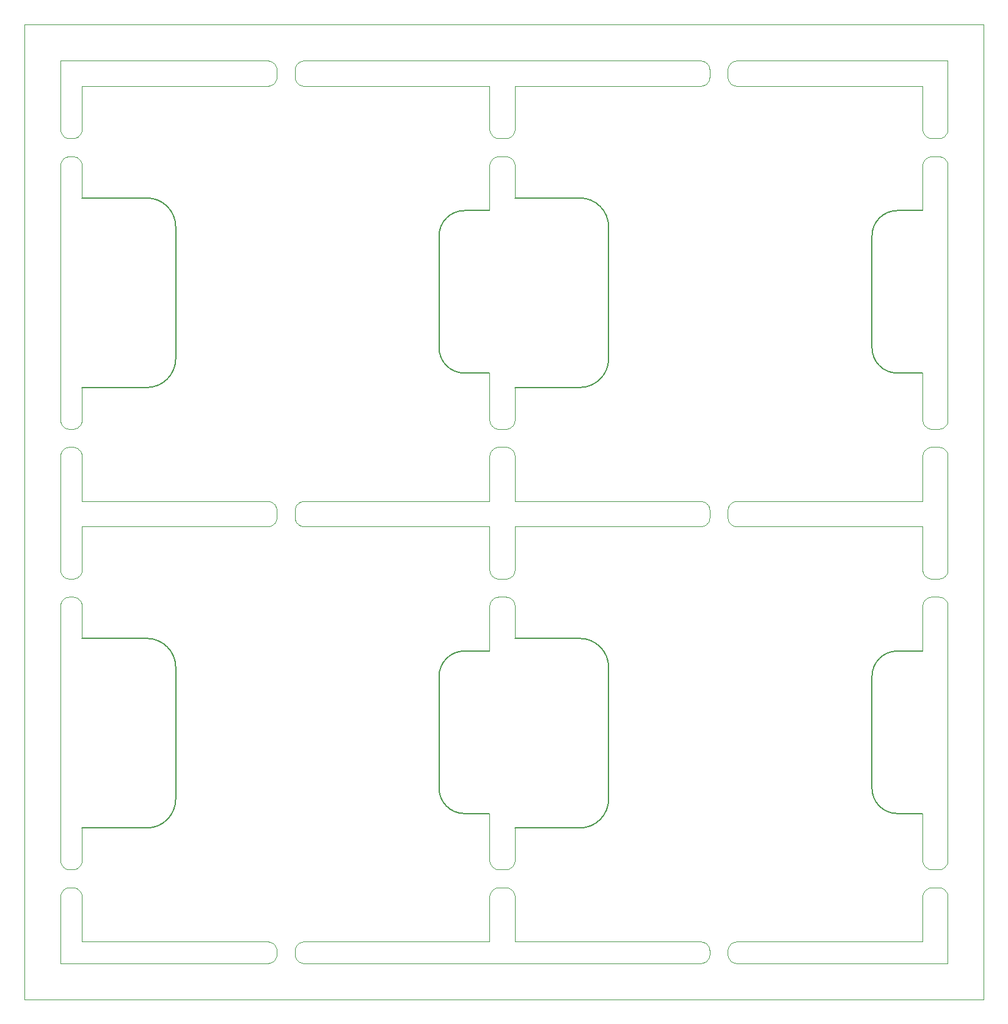
<source format=gm1>
G04 #@! TF.GenerationSoftware,KiCad,Pcbnew,5.1.0*
G04 #@! TF.CreationDate,2019-04-11T17:34:41+02:00*
G04 #@! TF.ProjectId,output.KXKM_battery_module_PANEL,6f757470-7574-42e4-9b58-4b4d5f626174,2.0*
G04 #@! TF.SameCoordinates,PX623a7c0PY839b680*
G04 #@! TF.FileFunction,Profile,NP*
%FSLAX46Y46*%
G04 Gerber Fmt 4.6, Leading zero omitted, Abs format (unit mm)*
G04 Created by KiCad (PCBNEW 5.1.0) date 2019-04-11 17:34:41*
%MOMM*%
%LPD*%
G04 APERTURE LIST*
%ADD10C,0.150000*%
%ADD11C,0.050000*%
%ADD12C,0.100000*%
G04 APERTURE END LIST*
D10*
X43500000Y86750000D02*
G75*
G03X40000000Y83250000I0J-3500000D01*
G01*
X43500000Y64250000D02*
X47000000Y64250000D01*
X40000000Y67750000D02*
G75*
G03X43500000Y64250000I3500000J0D01*
G01*
X3500000Y66250000D02*
G75*
G02X-500000Y62250000I-4000000J0D01*
G01*
X3500000Y66250000D02*
X3500000Y84500000D01*
X40000000Y67750000D02*
X40000000Y83250000D01*
X47000000Y86750000D02*
X43500000Y86750000D01*
X-500000Y88500000D02*
X-9500000Y88500000D01*
X-500000Y88500000D02*
G75*
G02X3500000Y84500000I0J-4000000D01*
G01*
X-9500000Y62250000D02*
X-500000Y62250000D01*
X50500000Y62250000D02*
X59500000Y62250000D01*
X103500000Y86750000D02*
G75*
G03X100000000Y83250000I0J-3500000D01*
G01*
X100000000Y67750000D02*
G75*
G03X103500000Y64250000I3500000J0D01*
G01*
X59500000Y88500000D02*
X50500000Y88500000D01*
X59500000Y88500000D02*
G75*
G02X63500000Y84500000I0J-4000000D01*
G01*
X103500000Y64250000D02*
X107000000Y64250000D01*
X107000000Y86750000D02*
X103500000Y86750000D01*
X63500000Y66250000D02*
G75*
G02X59500000Y62250000I-4000000J0D01*
G01*
X63500000Y66250000D02*
X63500000Y84500000D01*
X100000000Y67750000D02*
X100000000Y83250000D01*
X59500000Y27500000D02*
X50500000Y27500000D01*
X103500000Y3250000D02*
X107000000Y3250000D01*
X107000000Y25750000D02*
X103500000Y25750000D01*
X100000000Y6750000D02*
X100000000Y22250000D01*
X59500000Y27500000D02*
G75*
G02X63500000Y23500000I0J-4000000D01*
G01*
X103500000Y25750000D02*
G75*
G03X100000000Y22250000I0J-3500000D01*
G01*
X63500000Y5250000D02*
G75*
G02X59500000Y1250000I-4000000J0D01*
G01*
X50500000Y1250000D02*
X59500000Y1250000D01*
X100000000Y6750000D02*
G75*
G03X103500000Y3250000I3500000J0D01*
G01*
X63500000Y5250000D02*
X63500000Y23500000D01*
X43500000Y25750000D02*
G75*
G03X40000000Y22250000I0J-3500000D01*
G01*
X3500000Y5250000D02*
X3500000Y23500000D01*
X-500000Y27500000D02*
G75*
G02X3500000Y23500000I0J-4000000D01*
G01*
X3500000Y5250000D02*
G75*
G02X-500000Y1250000I-4000000J0D01*
G01*
X43500000Y3250000D02*
X47000000Y3250000D01*
X47000000Y25750000D02*
X43500000Y25750000D01*
X-9500000Y1250000D02*
X-500000Y1250000D01*
X40000000Y6750000D02*
G75*
G03X43500000Y3250000I3500000J0D01*
G01*
X40000000Y6750000D02*
X40000000Y22250000D01*
X-500000Y27500000D02*
X-9500000Y27500000D01*
D11*
X115500000Y112500000D02*
X-17500000Y112500000D01*
X115500000Y-22500000D02*
X115500000Y112500000D01*
X-17500000Y-22500000D02*
X115500000Y-22500000D01*
X-17500000Y112500000D02*
X-17500000Y-22500000D01*
D12*
X81249995Y107500000D02*
X110500000Y107500000D01*
X76250015Y104000000D02*
X50500000Y104000000D01*
X81249985Y104000000D02*
X107000000Y104000000D01*
X76250015Y104000000D02*
X76349719Y104007687D01*
X76249977Y107500000D02*
X76349681Y107492313D01*
X76349719Y104007687D02*
X76448537Y104023015D01*
X76349681Y107492313D02*
X76448499Y107476985D01*
X76448537Y104023015D02*
X76545884Y104045893D01*
X76448499Y107476985D02*
X76545846Y107454107D01*
X76545884Y104045893D02*
X76641184Y104076186D01*
X76545846Y107454107D02*
X76641146Y107423814D01*
X76641184Y104076186D02*
X76733874Y104113715D01*
X76641146Y107423814D02*
X76733836Y107386285D01*
X76733874Y104113715D02*
X76823405Y104158258D01*
X76733836Y107386285D02*
X76823367Y107341742D01*
X76823405Y104158258D02*
X76909247Y104209551D01*
X76823367Y107341742D02*
X76909209Y107290449D01*
X76909247Y104209551D02*
X76990892Y104267291D01*
X76909209Y107290449D02*
X76990854Y107232709D01*
X76990892Y104267291D02*
X77067857Y104331136D01*
X76990854Y107232709D02*
X77067819Y107168864D01*
X77067857Y104331136D02*
X77139687Y104400708D01*
X77067819Y107168864D02*
X77139649Y107099292D01*
X77139687Y104400708D02*
X77205957Y104475595D01*
X77139649Y107099292D02*
X77205919Y107024405D01*
X77205957Y104475595D02*
X77266275Y104555354D01*
X77205919Y107024405D02*
X77266237Y106944646D01*
X77266275Y104555354D02*
X77320284Y104639513D01*
X77266237Y106944646D02*
X77320246Y106860487D01*
X77320284Y104639513D02*
X77367664Y104727574D01*
X77320246Y106860487D02*
X77367626Y106772426D01*
X77367664Y104727574D02*
X77408135Y104819016D01*
X77367626Y106772426D02*
X77408097Y106680984D01*
X77408135Y104819016D02*
X77441457Y104913298D01*
X77408097Y106680984D02*
X77441419Y106586702D01*
X77441457Y104913298D02*
X77467433Y105009862D01*
X77441419Y106586702D02*
X77467395Y106490138D01*
X77467433Y105009862D02*
X77485910Y105108137D01*
X77467395Y106490138D02*
X77485872Y106391863D01*
X77485910Y105108137D02*
X77496778Y105207542D01*
X77485872Y106391863D02*
X77496740Y106292458D01*
X77496778Y105207542D02*
X77499973Y105307488D01*
X77496740Y106292458D02*
X77499935Y106192512D01*
X77499935Y106192512D02*
X77499973Y105307488D01*
X81249985Y104000000D02*
X81150281Y104007687D01*
X81249995Y107500000D02*
X81150291Y107492313D01*
X81150281Y104007687D02*
X81051463Y104023015D01*
X81150291Y107492313D02*
X81051473Y107476985D01*
X81051463Y104023015D02*
X80954116Y104045893D01*
X81051473Y107476985D02*
X80954126Y107454107D01*
X80954116Y104045893D02*
X80858816Y104076186D01*
X80954126Y107454107D02*
X80858826Y107423814D01*
X80858816Y104076186D02*
X80766126Y104113715D01*
X80858826Y107423814D02*
X80766136Y107386285D01*
X80766126Y104113715D02*
X80676595Y104158258D01*
X80766136Y107386285D02*
X80676605Y107341742D01*
X80676595Y104158258D02*
X80590753Y104209551D01*
X80676605Y107341742D02*
X80590763Y107290449D01*
X80590753Y104209551D02*
X80509108Y104267291D01*
X80590763Y107290449D02*
X80509118Y107232709D01*
X80509108Y104267291D02*
X80432143Y104331136D01*
X80509118Y107232709D02*
X80432153Y107168864D01*
X80432143Y104331136D02*
X80360313Y104400708D01*
X80432153Y107168864D02*
X80360323Y107099292D01*
X80360313Y104400708D02*
X80294043Y104475595D01*
X80360323Y107099292D02*
X80294053Y107024405D01*
X80294043Y104475595D02*
X80233725Y104555354D01*
X80294053Y107024405D02*
X80233735Y106944646D01*
X80233725Y104555354D02*
X80179716Y104639513D01*
X80233735Y106944646D02*
X80179726Y106860487D01*
X80179716Y104639513D02*
X80132336Y104727574D01*
X80179726Y106860487D02*
X80132346Y106772426D01*
X80132336Y104727574D02*
X80091865Y104819016D01*
X80132346Y106772426D02*
X80091875Y106680984D01*
X80091865Y104819016D02*
X80058543Y104913298D01*
X80091875Y106680984D02*
X80058553Y106586702D01*
X80058543Y104913298D02*
X80032567Y105009862D01*
X80058553Y106586702D02*
X80032577Y106490138D01*
X80032567Y105009862D02*
X80014090Y105108137D01*
X80032577Y106490138D02*
X80014100Y106391863D01*
X80014090Y105108137D02*
X80003222Y105207542D01*
X80014100Y106391863D02*
X80003232Y106292458D01*
X80003222Y105207542D02*
X80000027Y105307488D01*
X80003232Y106292458D02*
X80000037Y106192512D01*
X80000037Y106192512D02*
X80000027Y105307488D01*
X21249955Y107500000D02*
X76249977Y107500000D01*
X16250000Y107500000D02*
X-12500000Y107500000D01*
X16250015Y104000000D02*
X-9500000Y104000000D01*
X21249985Y104000000D02*
X47000000Y104000000D01*
X16250015Y104000000D02*
X16349719Y104007687D01*
X16250000Y107500000D02*
X16349704Y107492313D01*
X16349719Y104007687D02*
X16448537Y104023015D01*
X16349704Y107492313D02*
X16448522Y107476985D01*
X16448537Y104023015D02*
X16545884Y104045893D01*
X16448522Y107476985D02*
X16545869Y107454107D01*
X16545884Y104045893D02*
X16641184Y104076186D01*
X16545869Y107454107D02*
X16641169Y107423814D01*
X16641184Y104076186D02*
X16733874Y104113715D01*
X16641169Y107423814D02*
X16733859Y107386285D01*
X16733874Y104113715D02*
X16823405Y104158258D01*
X16733859Y107386285D02*
X16823390Y107341742D01*
X16823405Y104158258D02*
X16909247Y104209551D01*
X16823390Y107341742D02*
X16909232Y107290449D01*
X16909247Y104209551D02*
X16990892Y104267291D01*
X16909232Y107290449D02*
X16990877Y107232709D01*
X16990892Y104267291D02*
X17067857Y104331136D01*
X16990877Y107232709D02*
X17067842Y107168864D01*
X17067857Y104331136D02*
X17139687Y104400708D01*
X17067842Y107168864D02*
X17139672Y107099292D01*
X17139687Y104400708D02*
X17205957Y104475595D01*
X17139672Y107099292D02*
X17205942Y107024405D01*
X17205957Y104475595D02*
X17266275Y104555354D01*
X17205942Y107024405D02*
X17266260Y106944646D01*
X17266275Y104555354D02*
X17320284Y104639513D01*
X17266260Y106944646D02*
X17320269Y106860487D01*
X17320284Y104639513D02*
X17367664Y104727574D01*
X17320269Y106860487D02*
X17367649Y106772426D01*
X17367664Y104727574D02*
X17408135Y104819016D01*
X17367649Y106772426D02*
X17408120Y106680984D01*
X17408135Y104819016D02*
X17441457Y104913298D01*
X17408120Y106680984D02*
X17441442Y106586702D01*
X17441457Y104913298D02*
X17467433Y105009862D01*
X17441442Y106586702D02*
X17467418Y106490138D01*
X17467433Y105009862D02*
X17485910Y105108137D01*
X17467418Y106490138D02*
X17485895Y106391863D01*
X17485910Y105108137D02*
X17496778Y105207542D01*
X17485895Y106391863D02*
X17496763Y106292458D01*
X17496778Y105207542D02*
X17499973Y105307488D01*
X17496763Y106292458D02*
X17499958Y106192512D01*
X17499958Y106192512D02*
X17499973Y105307488D01*
X21249955Y107500000D02*
X21150251Y107492313D01*
X21249985Y104000000D02*
X21150281Y104007687D01*
X21150251Y107492313D02*
X21051433Y107476985D01*
X21150281Y104007687D02*
X21051463Y104023015D01*
X21051433Y107476985D02*
X20954086Y107454107D01*
X21051463Y104023015D02*
X20954116Y104045893D01*
X20954086Y107454107D02*
X20858786Y107423814D01*
X20954116Y104045893D02*
X20858816Y104076186D01*
X20858786Y107423814D02*
X20766096Y107386285D01*
X20858816Y104076186D02*
X20766126Y104113715D01*
X20766096Y107386285D02*
X20676565Y107341742D01*
X20766126Y104113715D02*
X20676595Y104158258D01*
X20676565Y107341742D02*
X20590723Y107290449D01*
X20676595Y104158258D02*
X20590753Y104209551D01*
X20590723Y107290449D02*
X20509078Y107232709D01*
X20590753Y104209551D02*
X20509108Y104267291D01*
X20509078Y107232709D02*
X20432113Y107168864D01*
X20509108Y104267291D02*
X20432143Y104331136D01*
X20432113Y107168864D02*
X20360283Y107099292D01*
X20432143Y104331136D02*
X20360313Y104400708D01*
X20360283Y107099292D02*
X20294013Y107024405D01*
X20360313Y104400708D02*
X20294043Y104475595D01*
X20294013Y107024405D02*
X20233695Y106944646D01*
X20294043Y104475595D02*
X20233725Y104555354D01*
X20233695Y106944646D02*
X20179686Y106860487D01*
X20233725Y104555354D02*
X20179716Y104639513D01*
X20179686Y106860487D02*
X20132306Y106772426D01*
X20179716Y104639513D02*
X20132336Y104727574D01*
X20132306Y106772426D02*
X20091835Y106680984D01*
X20132336Y104727574D02*
X20091865Y104819016D01*
X20091835Y106680984D02*
X20058513Y106586702D01*
X20091865Y104819016D02*
X20058543Y104913298D01*
X20058513Y106586702D02*
X20032537Y106490138D01*
X20058543Y104913298D02*
X20032567Y105009862D01*
X20032537Y106490138D02*
X20014060Y106391863D01*
X20032567Y105009862D02*
X20014090Y105108137D01*
X20014060Y106391863D02*
X20003192Y106292458D01*
X20014090Y105108137D02*
X20003222Y105207542D01*
X20003192Y106292458D02*
X19999997Y106192512D01*
X20003222Y105207542D02*
X20000027Y105307488D01*
X19999997Y106192512D02*
X20000027Y105307488D01*
X81249985Y46500000D02*
X107000000Y46500000D01*
X76250015Y46500000D02*
X50500000Y46500000D01*
X76250015Y43000000D02*
X50500000Y43000000D01*
X81249985Y43000000D02*
X107000000Y43000000D01*
X76250015Y43000000D02*
X76349719Y43007687D01*
X76250015Y46500000D02*
X76349719Y46492313D01*
X76349719Y43007687D02*
X76448537Y43023015D01*
X76349719Y46492313D02*
X76448537Y46476985D01*
X76448537Y43023015D02*
X76545884Y43045893D01*
X76448537Y46476985D02*
X76545884Y46454107D01*
X76545884Y43045893D02*
X76641184Y43076186D01*
X76545884Y46454107D02*
X76641184Y46423814D01*
X76641184Y43076186D02*
X76733874Y43113715D01*
X76641184Y46423814D02*
X76733874Y46386285D01*
X76733874Y43113715D02*
X76823405Y43158258D01*
X76733874Y46386285D02*
X76823405Y46341742D01*
X76823405Y43158258D02*
X76909247Y43209551D01*
X76823405Y46341742D02*
X76909247Y46290449D01*
X76909247Y43209551D02*
X76990892Y43267291D01*
X76909247Y46290449D02*
X76990892Y46232709D01*
X76990892Y43267291D02*
X77067857Y43331136D01*
X76990892Y46232709D02*
X77067857Y46168864D01*
X77067857Y43331136D02*
X77139687Y43400708D01*
X77067857Y46168864D02*
X77139687Y46099292D01*
X77139687Y43400708D02*
X77205957Y43475595D01*
X77139687Y46099292D02*
X77205957Y46024405D01*
X77205957Y43475595D02*
X77266275Y43555354D01*
X77205957Y46024405D02*
X77266275Y45944646D01*
X77266275Y43555354D02*
X77320284Y43639513D01*
X77266275Y45944646D02*
X77320284Y45860487D01*
X77320284Y43639513D02*
X77367664Y43727574D01*
X77320284Y45860487D02*
X77367664Y45772426D01*
X77367664Y43727574D02*
X77408135Y43819016D01*
X77367664Y45772426D02*
X77408135Y45680984D01*
X77408135Y43819016D02*
X77441457Y43913298D01*
X77408135Y45680984D02*
X77441457Y45586702D01*
X77441457Y43913298D02*
X77467433Y44009862D01*
X77441457Y45586702D02*
X77467433Y45490138D01*
X77467433Y44009862D02*
X77485910Y44108137D01*
X77467433Y45490138D02*
X77485910Y45391863D01*
X77485910Y44108137D02*
X77496778Y44207542D01*
X77485910Y45391863D02*
X77496778Y45292458D01*
X77496778Y44207542D02*
X77499973Y44307488D01*
X77496778Y45292458D02*
X77499973Y45192512D01*
X77499973Y45192512D02*
X77499973Y44307488D01*
X81249985Y43000000D02*
X81150281Y43007687D01*
X81249985Y46500000D02*
X81150281Y46492313D01*
X81150281Y43007687D02*
X81051463Y43023015D01*
X81150281Y46492313D02*
X81051463Y46476985D01*
X81051463Y43023015D02*
X80954116Y43045893D01*
X81051463Y46476985D02*
X80954116Y46454107D01*
X80954116Y43045893D02*
X80858816Y43076186D01*
X80954116Y46454107D02*
X80858816Y46423814D01*
X80858816Y43076186D02*
X80766126Y43113715D01*
X80858816Y46423814D02*
X80766126Y46386285D01*
X80766126Y43113715D02*
X80676595Y43158258D01*
X80766126Y46386285D02*
X80676595Y46341742D01*
X80676595Y43158258D02*
X80590753Y43209551D01*
X80676595Y46341742D02*
X80590753Y46290449D01*
X80590753Y43209551D02*
X80509108Y43267291D01*
X80590753Y46290449D02*
X80509108Y46232709D01*
X80509108Y43267291D02*
X80432143Y43331136D01*
X80509108Y46232709D02*
X80432143Y46168864D01*
X80432143Y43331136D02*
X80360313Y43400708D01*
X80432143Y46168864D02*
X80360313Y46099292D01*
X80360313Y43400708D02*
X80294043Y43475595D01*
X80360313Y46099292D02*
X80294043Y46024405D01*
X80294043Y43475595D02*
X80233725Y43555354D01*
X80294043Y46024405D02*
X80233725Y45944646D01*
X80233725Y43555354D02*
X80179716Y43639513D01*
X80233725Y45944646D02*
X80179716Y45860487D01*
X80179716Y43639513D02*
X80132336Y43727574D01*
X80179716Y45860487D02*
X80132336Y45772426D01*
X80132336Y43727574D02*
X80091865Y43819016D01*
X80132336Y45772426D02*
X80091865Y45680984D01*
X80091865Y43819016D02*
X80058543Y43913298D01*
X80091865Y45680984D02*
X80058543Y45586702D01*
X80058543Y43913298D02*
X80032567Y44009862D01*
X80058543Y45586702D02*
X80032567Y45490138D01*
X80032567Y44009862D02*
X80014090Y44108137D01*
X80032567Y45490138D02*
X80014090Y45391863D01*
X80014090Y44108137D02*
X80003222Y44207542D01*
X80014090Y45391863D02*
X80003222Y45292458D01*
X80003222Y44207542D02*
X80000027Y44307488D01*
X80003222Y45292458D02*
X80000027Y45192512D01*
X80000027Y45192512D02*
X80000027Y44307488D01*
X-9500000Y52749992D02*
X-9500000Y46500000D01*
X-9500000Y57749998D02*
X-9500000Y62250000D01*
X-9500000Y57749998D02*
X-9507687Y57650294D01*
X-12500000Y57750033D02*
X-12492313Y57650329D01*
X-9507687Y57650294D02*
X-9523015Y57551476D01*
X-12492313Y57650329D02*
X-12476985Y57551511D01*
X-9523015Y57551476D02*
X-9545893Y57454129D01*
X-12476985Y57551511D02*
X-12454107Y57454164D01*
X-9545893Y57454129D02*
X-9576186Y57358829D01*
X-12454107Y57454164D02*
X-12423814Y57358864D01*
X-9576186Y57358829D02*
X-9613715Y57266139D01*
X-12423814Y57358864D02*
X-12386285Y57266174D01*
X-9613715Y57266139D02*
X-9658258Y57176608D01*
X-12386285Y57266174D02*
X-12341742Y57176643D01*
X-9658258Y57176608D02*
X-9709551Y57090766D01*
X-12341742Y57176643D02*
X-12290449Y57090801D01*
X-9709551Y57090766D02*
X-9767291Y57009121D01*
X-12290449Y57090801D02*
X-12232709Y57009156D01*
X-9767291Y57009121D02*
X-9831136Y56932156D01*
X-12232709Y57009156D02*
X-12168864Y56932191D01*
X-9831136Y56932156D02*
X-9900708Y56860326D01*
X-12168864Y56932191D02*
X-12099292Y56860361D01*
X-9900708Y56860326D02*
X-9975595Y56794056D01*
X-12099292Y56860361D02*
X-12024405Y56794091D01*
X-9975595Y56794056D02*
X-10055354Y56733738D01*
X-12024405Y56794091D02*
X-11944646Y56733773D01*
X-10055354Y56733738D02*
X-10139513Y56679729D01*
X-11944646Y56733773D02*
X-11860487Y56679764D01*
X-10139513Y56679729D02*
X-10227574Y56632349D01*
X-11860487Y56679764D02*
X-11772426Y56632384D01*
X-10227574Y56632349D02*
X-10319016Y56591878D01*
X-11772426Y56632384D02*
X-11680984Y56591913D01*
X-10319016Y56591878D02*
X-10413298Y56558556D01*
X-11680984Y56591913D02*
X-11586702Y56558591D01*
X-10413298Y56558556D02*
X-10509862Y56532580D01*
X-11586702Y56558591D02*
X-11490138Y56532615D01*
X-10509862Y56532580D02*
X-10608137Y56514103D01*
X-11490138Y56532615D02*
X-11391863Y56514138D01*
X-10608137Y56514103D02*
X-10707542Y56503235D01*
X-11391863Y56514138D02*
X-11292458Y56503270D01*
X-10707542Y56503235D02*
X-10807488Y56500040D01*
X-11292458Y56503270D02*
X-11192512Y56500075D01*
X-10807488Y56500040D02*
X-11192512Y56500075D01*
X-9500000Y52749992D02*
X-9507687Y52849696D01*
X-12500000Y52749945D02*
X-12492313Y52849649D01*
X-9507687Y52849696D02*
X-9523015Y52948514D01*
X-12492313Y52849649D02*
X-12476985Y52948467D01*
X-9523015Y52948514D02*
X-9545893Y53045861D01*
X-12476985Y52948467D02*
X-12454107Y53045814D01*
X-9545893Y53045861D02*
X-9576186Y53141161D01*
X-12454107Y53045814D02*
X-12423814Y53141114D01*
X-9576186Y53141161D02*
X-9613715Y53233851D01*
X-12423814Y53141114D02*
X-12386285Y53233804D01*
X-9613715Y53233851D02*
X-9658258Y53323382D01*
X-12386285Y53233804D02*
X-12341742Y53323335D01*
X-9658258Y53323382D02*
X-9709551Y53409224D01*
X-12341742Y53323335D02*
X-12290449Y53409177D01*
X-9709551Y53409224D02*
X-9767291Y53490869D01*
X-12290449Y53409177D02*
X-12232709Y53490822D01*
X-9767291Y53490869D02*
X-9831136Y53567834D01*
X-12232709Y53490822D02*
X-12168864Y53567787D01*
X-9831136Y53567834D02*
X-9900708Y53639664D01*
X-12168864Y53567787D02*
X-12099292Y53639617D01*
X-9900708Y53639664D02*
X-9975595Y53705934D01*
X-12099292Y53639617D02*
X-12024405Y53705887D01*
X-9975595Y53705934D02*
X-10055354Y53766252D01*
X-12024405Y53705887D02*
X-11944646Y53766205D01*
X-10055354Y53766252D02*
X-10139513Y53820261D01*
X-11944646Y53766205D02*
X-11860487Y53820214D01*
X-10139513Y53820261D02*
X-10227574Y53867641D01*
X-11860487Y53820214D02*
X-11772426Y53867594D01*
X-10227574Y53867641D02*
X-10319016Y53908112D01*
X-11772426Y53867594D02*
X-11680984Y53908065D01*
X-10319016Y53908112D02*
X-10413298Y53941434D01*
X-11680984Y53908065D02*
X-11586702Y53941387D01*
X-10413298Y53941434D02*
X-10509862Y53967410D01*
X-11586702Y53941387D02*
X-11490138Y53967363D01*
X-10509862Y53967410D02*
X-10608137Y53985887D01*
X-11490138Y53967363D02*
X-11391863Y53985840D01*
X-10608137Y53985887D02*
X-10707542Y53996755D01*
X-11391863Y53985840D02*
X-11292458Y53996708D01*
X-10707542Y53996755D02*
X-10807488Y53999950D01*
X-11292458Y53996708D02*
X-11192512Y53999903D01*
X-10807488Y53999950D02*
X-11192512Y53999903D01*
X-9500000Y93000002D02*
X-9500000Y88500000D01*
X-9500000Y98000000D02*
X-9500000Y104000000D01*
X-12500000Y93000007D02*
X-12500000Y57750033D01*
X-12500000Y97999990D02*
X-12500000Y107500000D01*
X-12500000Y97999990D02*
X-12492313Y97900286D01*
X-9500000Y98000000D02*
X-9507687Y97900296D01*
X-12492313Y97900286D02*
X-12476985Y97801468D01*
X-9507687Y97900296D02*
X-9523015Y97801478D01*
X-12476985Y97801468D02*
X-12454107Y97704121D01*
X-9523015Y97801478D02*
X-9545893Y97704131D01*
X-12454107Y97704121D02*
X-12423814Y97608821D01*
X-9545893Y97704131D02*
X-9576186Y97608831D01*
X-12423814Y97608821D02*
X-12386285Y97516131D01*
X-9576186Y97608831D02*
X-9613715Y97516141D01*
X-12386285Y97516131D02*
X-12341742Y97426600D01*
X-9613715Y97516141D02*
X-9658258Y97426610D01*
X-12341742Y97426600D02*
X-12290449Y97340758D01*
X-9658258Y97426610D02*
X-9709551Y97340768D01*
X-12290449Y97340758D02*
X-12232709Y97259113D01*
X-9709551Y97340768D02*
X-9767291Y97259123D01*
X-12232709Y97259113D02*
X-12168864Y97182148D01*
X-9767291Y97259123D02*
X-9831136Y97182158D01*
X-12168864Y97182148D02*
X-12099292Y97110318D01*
X-9831136Y97182158D02*
X-9900708Y97110328D01*
X-12099292Y97110318D02*
X-12024405Y97044048D01*
X-9900708Y97110328D02*
X-9975595Y97044058D01*
X-12024405Y97044048D02*
X-11944646Y96983730D01*
X-9975595Y97044058D02*
X-10055354Y96983740D01*
X-11944646Y96983730D02*
X-11860487Y96929721D01*
X-10055354Y96983740D02*
X-10139513Y96929731D01*
X-11860487Y96929721D02*
X-11772426Y96882341D01*
X-10139513Y96929731D02*
X-10227574Y96882351D01*
X-11772426Y96882341D02*
X-11680984Y96841870D01*
X-10227574Y96882351D02*
X-10319016Y96841880D01*
X-11680984Y96841870D02*
X-11586702Y96808548D01*
X-10319016Y96841880D02*
X-10413298Y96808558D01*
X-11586702Y96808548D02*
X-11490138Y96782572D01*
X-10413298Y96808558D02*
X-10509862Y96782582D01*
X-11490138Y96782572D02*
X-11391863Y96764095D01*
X-10509862Y96782582D02*
X-10608137Y96764105D01*
X-11391863Y96764095D02*
X-11292458Y96753227D01*
X-10608137Y96764105D02*
X-10707542Y96753237D01*
X-11292458Y96753227D02*
X-11192512Y96750032D01*
X-10707542Y96753237D02*
X-10807488Y96750042D01*
X-10807488Y96750042D02*
X-11192512Y96750032D01*
X-12500000Y93000007D02*
X-12492313Y93099711D01*
X-9500000Y93000002D02*
X-9507687Y93099706D01*
X-12492313Y93099711D02*
X-12476985Y93198529D01*
X-9507687Y93099706D02*
X-9523015Y93198524D01*
X-12476985Y93198529D02*
X-12454107Y93295876D01*
X-9523015Y93198524D02*
X-9545893Y93295871D01*
X-12454107Y93295876D02*
X-12423814Y93391176D01*
X-9545893Y93295871D02*
X-9576186Y93391171D01*
X-12423814Y93391176D02*
X-12386285Y93483866D01*
X-9576186Y93391171D02*
X-9613715Y93483861D01*
X-12386285Y93483866D02*
X-12341742Y93573397D01*
X-9613715Y93483861D02*
X-9658258Y93573392D01*
X-12341742Y93573397D02*
X-12290449Y93659239D01*
X-9658258Y93573392D02*
X-9709551Y93659234D01*
X-12290449Y93659239D02*
X-12232709Y93740884D01*
X-9709551Y93659234D02*
X-9767291Y93740879D01*
X-12232709Y93740884D02*
X-12168864Y93817849D01*
X-9767291Y93740879D02*
X-9831136Y93817844D01*
X-12168864Y93817849D02*
X-12099292Y93889679D01*
X-9831136Y93817844D02*
X-9900708Y93889674D01*
X-12099292Y93889679D02*
X-12024405Y93955949D01*
X-9900708Y93889674D02*
X-9975595Y93955944D01*
X-12024405Y93955949D02*
X-11944646Y94016267D01*
X-9975595Y93955944D02*
X-10055354Y94016262D01*
X-11944646Y94016267D02*
X-11860487Y94070276D01*
X-10055354Y94016262D02*
X-10139513Y94070271D01*
X-11860487Y94070276D02*
X-11772426Y94117656D01*
X-10139513Y94070271D02*
X-10227574Y94117651D01*
X-11772426Y94117656D02*
X-11680984Y94158127D01*
X-10227574Y94117651D02*
X-10319016Y94158122D01*
X-11680984Y94158127D02*
X-11586702Y94191449D01*
X-10319016Y94158122D02*
X-10413298Y94191444D01*
X-11586702Y94191449D02*
X-11490138Y94217425D01*
X-10413298Y94191444D02*
X-10509862Y94217420D01*
X-11490138Y94217425D02*
X-11391863Y94235902D01*
X-10509862Y94217420D02*
X-10608137Y94235897D01*
X-11391863Y94235902D02*
X-11292458Y94246770D01*
X-10608137Y94235897D02*
X-10707542Y94246765D01*
X-11292458Y94246770D02*
X-11192512Y94249965D01*
X-10707542Y94246765D02*
X-10807488Y94249960D01*
X-10807488Y94249960D02*
X-11192512Y94249965D01*
X21249985Y46500000D02*
X47000000Y46500000D01*
X16250015Y46500000D02*
X-9500000Y46500000D01*
X16250015Y43000000D02*
X-9500000Y43000000D01*
X21249985Y43000000D02*
X47000000Y43000000D01*
X16250015Y43000000D02*
X16349719Y43007687D01*
X16250015Y46500000D02*
X16349719Y46492313D01*
X16349719Y43007687D02*
X16448537Y43023015D01*
X16349719Y46492313D02*
X16448537Y46476985D01*
X16448537Y43023015D02*
X16545884Y43045893D01*
X16448537Y46476985D02*
X16545884Y46454107D01*
X16545884Y43045893D02*
X16641184Y43076186D01*
X16545884Y46454107D02*
X16641184Y46423814D01*
X16641184Y43076186D02*
X16733874Y43113715D01*
X16641184Y46423814D02*
X16733874Y46386285D01*
X16733874Y43113715D02*
X16823405Y43158258D01*
X16733874Y46386285D02*
X16823405Y46341742D01*
X16823405Y43158258D02*
X16909247Y43209551D01*
X16823405Y46341742D02*
X16909247Y46290449D01*
X16909247Y43209551D02*
X16990892Y43267291D01*
X16909247Y46290449D02*
X16990892Y46232709D01*
X16990892Y43267291D02*
X17067857Y43331136D01*
X16990892Y46232709D02*
X17067857Y46168864D01*
X17067857Y43331136D02*
X17139687Y43400708D01*
X17067857Y46168864D02*
X17139687Y46099292D01*
X17139687Y43400708D02*
X17205957Y43475595D01*
X17139687Y46099292D02*
X17205957Y46024405D01*
X17205957Y43475595D02*
X17266275Y43555354D01*
X17205957Y46024405D02*
X17266275Y45944646D01*
X17266275Y43555354D02*
X17320284Y43639513D01*
X17266275Y45944646D02*
X17320284Y45860487D01*
X17320284Y43639513D02*
X17367664Y43727574D01*
X17320284Y45860487D02*
X17367664Y45772426D01*
X17367664Y43727574D02*
X17408135Y43819016D01*
X17367664Y45772426D02*
X17408135Y45680984D01*
X17408135Y43819016D02*
X17441457Y43913298D01*
X17408135Y45680984D02*
X17441457Y45586702D01*
X17441457Y43913298D02*
X17467433Y44009862D01*
X17441457Y45586702D02*
X17467433Y45490138D01*
X17467433Y44009862D02*
X17485910Y44108137D01*
X17467433Y45490138D02*
X17485910Y45391863D01*
X17485910Y44108137D02*
X17496778Y44207542D01*
X17485910Y45391863D02*
X17496778Y45292458D01*
X17496778Y44207542D02*
X17499973Y44307488D01*
X17496778Y45292458D02*
X17499973Y45192512D01*
X17499973Y45192512D02*
X17499973Y44307488D01*
X21249985Y43000000D02*
X21150281Y43007687D01*
X21249985Y46500000D02*
X21150281Y46492313D01*
X21150281Y43007687D02*
X21051463Y43023015D01*
X21150281Y46492313D02*
X21051463Y46476985D01*
X21051463Y43023015D02*
X20954116Y43045893D01*
X21051463Y46476985D02*
X20954116Y46454107D01*
X20954116Y43045893D02*
X20858816Y43076186D01*
X20954116Y46454107D02*
X20858816Y46423814D01*
X20858816Y43076186D02*
X20766126Y43113715D01*
X20858816Y46423814D02*
X20766126Y46386285D01*
X20766126Y43113715D02*
X20676595Y43158258D01*
X20766126Y46386285D02*
X20676595Y46341742D01*
X20676595Y43158258D02*
X20590753Y43209551D01*
X20676595Y46341742D02*
X20590753Y46290449D01*
X20590753Y43209551D02*
X20509108Y43267291D01*
X20590753Y46290449D02*
X20509108Y46232709D01*
X20509108Y43267291D02*
X20432143Y43331136D01*
X20509108Y46232709D02*
X20432143Y46168864D01*
X20432143Y43331136D02*
X20360313Y43400708D01*
X20432143Y46168864D02*
X20360313Y46099292D01*
X20360313Y43400708D02*
X20294043Y43475595D01*
X20360313Y46099292D02*
X20294043Y46024405D01*
X20294043Y43475595D02*
X20233725Y43555354D01*
X20294043Y46024405D02*
X20233725Y45944646D01*
X20233725Y43555354D02*
X20179716Y43639513D01*
X20233725Y45944646D02*
X20179716Y45860487D01*
X20179716Y43639513D02*
X20132336Y43727574D01*
X20179716Y45860487D02*
X20132336Y45772426D01*
X20132336Y43727574D02*
X20091865Y43819016D01*
X20132336Y45772426D02*
X20091865Y45680984D01*
X20091865Y43819016D02*
X20058543Y43913298D01*
X20091865Y45680984D02*
X20058543Y45586702D01*
X20058543Y43913298D02*
X20032567Y44009862D01*
X20058543Y45586702D02*
X20032567Y45490138D01*
X20032567Y44009862D02*
X20014090Y44108137D01*
X20032567Y45490138D02*
X20014090Y45391863D01*
X20014090Y44108137D02*
X20003222Y44207542D01*
X20014090Y45391863D02*
X20003222Y45292458D01*
X20003222Y44207542D02*
X20000027Y44307488D01*
X20003222Y45292458D02*
X20000027Y45192512D01*
X20000027Y45192512D02*
X20000027Y44307488D01*
X107000000Y57749998D02*
X107000000Y64250000D01*
X107000000Y52749992D02*
X107000000Y46500000D01*
X107000000Y57749998D02*
X107007687Y57650294D01*
X110500000Y57750033D02*
X110492313Y57650329D01*
X107007687Y57650294D02*
X107023015Y57551476D01*
X110492313Y57650329D02*
X110476985Y57551511D01*
X107023015Y57551476D02*
X107045893Y57454129D01*
X110476985Y57551511D02*
X110454107Y57454164D01*
X107045893Y57454129D02*
X107076186Y57358829D01*
X110454107Y57454164D02*
X110423814Y57358864D01*
X107076186Y57358829D02*
X107113715Y57266139D01*
X110423814Y57358864D02*
X110386285Y57266174D01*
X107113715Y57266139D02*
X107158258Y57176608D01*
X110386285Y57266174D02*
X110341742Y57176643D01*
X107158258Y57176608D02*
X107209551Y57090766D01*
X110341742Y57176643D02*
X110290449Y57090801D01*
X107209551Y57090766D02*
X107267291Y57009121D01*
X110290449Y57090801D02*
X110232709Y57009156D01*
X107267291Y57009121D02*
X107331136Y56932156D01*
X110232709Y57009156D02*
X110168864Y56932191D01*
X107331136Y56932156D02*
X107400708Y56860326D01*
X110168864Y56932191D02*
X110099292Y56860361D01*
X107400708Y56860326D02*
X107475595Y56794056D01*
X110099292Y56860361D02*
X110024405Y56794091D01*
X107475595Y56794056D02*
X107555354Y56733738D01*
X110024405Y56794091D02*
X109944646Y56733773D01*
X107555354Y56733738D02*
X107639513Y56679729D01*
X109944646Y56733773D02*
X109860487Y56679764D01*
X107639513Y56679729D02*
X107727574Y56632349D01*
X109860487Y56679764D02*
X109772426Y56632384D01*
X107727574Y56632349D02*
X107819016Y56591878D01*
X109772426Y56632384D02*
X109680984Y56591913D01*
X107819016Y56591878D02*
X107913298Y56558556D01*
X109680984Y56591913D02*
X109586702Y56558591D01*
X107913298Y56558556D02*
X108009862Y56532580D01*
X109586702Y56558591D02*
X109490138Y56532615D01*
X108009862Y56532580D02*
X108108137Y56514103D01*
X109490138Y56532615D02*
X109391863Y56514138D01*
X108108137Y56514103D02*
X108207542Y56503235D01*
X109391863Y56514138D02*
X109292458Y56503270D01*
X108207542Y56503235D02*
X108307488Y56500040D01*
X109292458Y56503270D02*
X109192512Y56500075D01*
X109192512Y56500075D02*
X108307488Y56500040D01*
X107000000Y52749992D02*
X107007687Y52849696D01*
X110500000Y52749945D02*
X110492313Y52849649D01*
X107007687Y52849696D02*
X107023015Y52948514D01*
X110492313Y52849649D02*
X110476985Y52948467D01*
X107023015Y52948514D02*
X107045893Y53045861D01*
X110476985Y52948467D02*
X110454107Y53045814D01*
X107045893Y53045861D02*
X107076186Y53141161D01*
X110454107Y53045814D02*
X110423814Y53141114D01*
X107076186Y53141161D02*
X107113715Y53233851D01*
X110423814Y53141114D02*
X110386285Y53233804D01*
X107113715Y53233851D02*
X107158258Y53323382D01*
X110386285Y53233804D02*
X110341742Y53323335D01*
X107158258Y53323382D02*
X107209551Y53409224D01*
X110341742Y53323335D02*
X110290449Y53409177D01*
X107209551Y53409224D02*
X107267291Y53490869D01*
X110290449Y53409177D02*
X110232709Y53490822D01*
X107267291Y53490869D02*
X107331136Y53567834D01*
X110232709Y53490822D02*
X110168864Y53567787D01*
X107331136Y53567834D02*
X107400708Y53639664D01*
X110168864Y53567787D02*
X110099292Y53639617D01*
X107400708Y53639664D02*
X107475595Y53705934D01*
X110099292Y53639617D02*
X110024405Y53705887D01*
X107475595Y53705934D02*
X107555354Y53766252D01*
X110024405Y53705887D02*
X109944646Y53766205D01*
X107555354Y53766252D02*
X107639513Y53820261D01*
X109944646Y53766205D02*
X109860487Y53820214D01*
X107639513Y53820261D02*
X107727574Y53867641D01*
X109860487Y53820214D02*
X109772426Y53867594D01*
X107727574Y53867641D02*
X107819016Y53908112D01*
X109772426Y53867594D02*
X109680984Y53908065D01*
X107819016Y53908112D02*
X107913298Y53941434D01*
X109680984Y53908065D02*
X109586702Y53941387D01*
X107913298Y53941434D02*
X108009862Y53967410D01*
X109586702Y53941387D02*
X109490138Y53967363D01*
X108009862Y53967410D02*
X108108137Y53985887D01*
X109490138Y53967363D02*
X109391863Y53985840D01*
X108108137Y53985887D02*
X108207542Y53996755D01*
X109391863Y53985840D02*
X109292458Y53996708D01*
X108207542Y53996755D02*
X108307488Y53999950D01*
X109292458Y53996708D02*
X109192512Y53999903D01*
X109192512Y53999903D02*
X108307488Y53999950D01*
X50500000Y93000002D02*
X50500000Y88500000D01*
X50500000Y98000000D02*
X50500000Y104000000D01*
X47000000Y98000000D02*
X47000000Y104000000D01*
X47000000Y92999992D02*
X47000000Y86750000D01*
X47000000Y98000000D02*
X47007687Y97900296D01*
X50500000Y98000000D02*
X50492313Y97900296D01*
X47007687Y97900296D02*
X47023015Y97801478D01*
X50492313Y97900296D02*
X50476985Y97801478D01*
X47023015Y97801478D02*
X47045893Y97704131D01*
X50476985Y97801478D02*
X50454107Y97704131D01*
X47045893Y97704131D02*
X47076186Y97608831D01*
X50454107Y97704131D02*
X50423814Y97608831D01*
X47076186Y97608831D02*
X47113715Y97516141D01*
X50423814Y97608831D02*
X50386285Y97516141D01*
X47113715Y97516141D02*
X47158258Y97426610D01*
X50386285Y97516141D02*
X50341742Y97426610D01*
X47158258Y97426610D02*
X47209551Y97340768D01*
X50341742Y97426610D02*
X50290449Y97340768D01*
X47209551Y97340768D02*
X47267291Y97259123D01*
X50290449Y97340768D02*
X50232709Y97259123D01*
X47267291Y97259123D02*
X47331136Y97182158D01*
X50232709Y97259123D02*
X50168864Y97182158D01*
X47331136Y97182158D02*
X47400708Y97110328D01*
X50168864Y97182158D02*
X50099292Y97110328D01*
X47400708Y97110328D02*
X47475595Y97044058D01*
X50099292Y97110328D02*
X50024405Y97044058D01*
X47475595Y97044058D02*
X47555354Y96983740D01*
X50024405Y97044058D02*
X49944646Y96983740D01*
X47555354Y96983740D02*
X47639513Y96929731D01*
X49944646Y96983740D02*
X49860487Y96929731D01*
X47639513Y96929731D02*
X47727574Y96882351D01*
X49860487Y96929731D02*
X49772426Y96882351D01*
X47727574Y96882351D02*
X47819016Y96841880D01*
X49772426Y96882351D02*
X49680984Y96841880D01*
X47819016Y96841880D02*
X47913298Y96808558D01*
X49680984Y96841880D02*
X49586702Y96808558D01*
X47913298Y96808558D02*
X48009862Y96782582D01*
X49586702Y96808558D02*
X49490138Y96782582D01*
X48009862Y96782582D02*
X48108137Y96764105D01*
X49490138Y96782582D02*
X49391863Y96764105D01*
X48108137Y96764105D02*
X48207542Y96753237D01*
X49391863Y96764105D02*
X49292458Y96753237D01*
X48207542Y96753237D02*
X48307488Y96750042D01*
X49292458Y96753237D02*
X49192512Y96750042D01*
X49192512Y96750042D02*
X48307488Y96750042D01*
X50500000Y93000002D02*
X50492313Y93099706D01*
X47000000Y92999992D02*
X47007687Y93099696D01*
X50492313Y93099706D02*
X50476985Y93198524D01*
X47007687Y93099696D02*
X47023015Y93198514D01*
X50476985Y93198524D02*
X50454107Y93295871D01*
X47023015Y93198514D02*
X47045893Y93295861D01*
X50454107Y93295871D02*
X50423814Y93391171D01*
X47045893Y93295861D02*
X47076186Y93391161D01*
X50423814Y93391171D02*
X50386285Y93483861D01*
X47076186Y93391161D02*
X47113715Y93483851D01*
X50386285Y93483861D02*
X50341742Y93573392D01*
X47113715Y93483851D02*
X47158258Y93573382D01*
X50341742Y93573392D02*
X50290449Y93659234D01*
X47158258Y93573382D02*
X47209551Y93659224D01*
X50290449Y93659234D02*
X50232709Y93740879D01*
X47209551Y93659224D02*
X47267291Y93740869D01*
X50232709Y93740879D02*
X50168864Y93817844D01*
X47267291Y93740869D02*
X47331136Y93817834D01*
X50168864Y93817844D02*
X50099292Y93889674D01*
X47331136Y93817834D02*
X47400708Y93889664D01*
X50099292Y93889674D02*
X50024405Y93955944D01*
X47400708Y93889664D02*
X47475595Y93955934D01*
X50024405Y93955944D02*
X49944646Y94016262D01*
X47475595Y93955934D02*
X47555354Y94016252D01*
X49944646Y94016262D02*
X49860487Y94070271D01*
X47555354Y94016252D02*
X47639513Y94070261D01*
X49860487Y94070271D02*
X49772426Y94117651D01*
X47639513Y94070261D02*
X47727574Y94117641D01*
X49772426Y94117651D02*
X49680984Y94158122D01*
X47727574Y94117641D02*
X47819016Y94158112D01*
X49680984Y94158122D02*
X49586702Y94191444D01*
X47819016Y94158112D02*
X47913298Y94191434D01*
X49586702Y94191444D02*
X49490138Y94217420D01*
X47913298Y94191434D02*
X48009862Y94217410D01*
X49490138Y94217420D02*
X49391863Y94235897D01*
X48009862Y94217410D02*
X48108137Y94235887D01*
X49391863Y94235897D02*
X49292458Y94246765D01*
X48108137Y94235887D02*
X48207542Y94246755D01*
X49292458Y94246765D02*
X49192512Y94249960D01*
X48207542Y94246755D02*
X48307488Y94249950D01*
X49192512Y94249960D02*
X48307488Y94249950D01*
X110500000Y93000007D02*
X110500000Y57750033D01*
X110500000Y97999990D02*
X110500000Y107500000D01*
X107000000Y98000000D02*
X107000000Y104000000D01*
X107000000Y92999992D02*
X107000000Y86750000D01*
X110500000Y97999990D02*
X110492313Y97900286D01*
X107000000Y98000000D02*
X107007687Y97900296D01*
X110492313Y97900286D02*
X110476985Y97801468D01*
X107007687Y97900296D02*
X107023015Y97801478D01*
X110476985Y97801468D02*
X110454107Y97704121D01*
X107023015Y97801478D02*
X107045893Y97704131D01*
X110454107Y97704121D02*
X110423814Y97608821D01*
X107045893Y97704131D02*
X107076186Y97608831D01*
X110423814Y97608821D02*
X110386285Y97516131D01*
X107076186Y97608831D02*
X107113715Y97516141D01*
X110386285Y97516131D02*
X110341742Y97426600D01*
X107113715Y97516141D02*
X107158258Y97426610D01*
X110341742Y97426600D02*
X110290449Y97340758D01*
X107158258Y97426610D02*
X107209551Y97340768D01*
X110290449Y97340758D02*
X110232709Y97259113D01*
X107209551Y97340768D02*
X107267291Y97259123D01*
X110232709Y97259113D02*
X110168864Y97182148D01*
X107267291Y97259123D02*
X107331136Y97182158D01*
X110168864Y97182148D02*
X110099292Y97110318D01*
X107331136Y97182158D02*
X107400708Y97110328D01*
X110099292Y97110318D02*
X110024405Y97044048D01*
X107400708Y97110328D02*
X107475595Y97044058D01*
X110024405Y97044048D02*
X109944646Y96983730D01*
X107475595Y97044058D02*
X107555354Y96983740D01*
X109944646Y96983730D02*
X109860487Y96929721D01*
X107555354Y96983740D02*
X107639513Y96929731D01*
X109860487Y96929721D02*
X109772426Y96882341D01*
X107639513Y96929731D02*
X107727574Y96882351D01*
X109772426Y96882341D02*
X109680984Y96841870D01*
X107727574Y96882351D02*
X107819016Y96841880D01*
X109680984Y96841870D02*
X109586702Y96808548D01*
X107819016Y96841880D02*
X107913298Y96808558D01*
X109586702Y96808548D02*
X109490138Y96782572D01*
X107913298Y96808558D02*
X108009862Y96782582D01*
X109490138Y96782572D02*
X109391863Y96764095D01*
X108009862Y96782582D02*
X108108137Y96764105D01*
X109391863Y96764095D02*
X109292458Y96753227D01*
X108108137Y96764105D02*
X108207542Y96753237D01*
X109292458Y96753227D02*
X109192512Y96750032D01*
X108207542Y96753237D02*
X108307488Y96750042D01*
X109192512Y96750032D02*
X108307488Y96750042D01*
X110500000Y93000007D02*
X110492313Y93099711D01*
X107000000Y92999992D02*
X107007687Y93099696D01*
X110492313Y93099711D02*
X110476985Y93198529D01*
X107007687Y93099696D02*
X107023015Y93198514D01*
X110476985Y93198529D02*
X110454107Y93295876D01*
X107023015Y93198514D02*
X107045893Y93295861D01*
X110454107Y93295876D02*
X110423814Y93391176D01*
X107045893Y93295861D02*
X107076186Y93391161D01*
X110423814Y93391176D02*
X110386285Y93483866D01*
X107076186Y93391161D02*
X107113715Y93483851D01*
X110386285Y93483866D02*
X110341742Y93573397D01*
X107113715Y93483851D02*
X107158258Y93573382D01*
X110341742Y93573397D02*
X110290449Y93659239D01*
X107158258Y93573382D02*
X107209551Y93659224D01*
X110290449Y93659239D02*
X110232709Y93740884D01*
X107209551Y93659224D02*
X107267291Y93740869D01*
X110232709Y93740884D02*
X110168864Y93817849D01*
X107267291Y93740869D02*
X107331136Y93817834D01*
X110168864Y93817849D02*
X110099292Y93889679D01*
X107331136Y93817834D02*
X107400708Y93889664D01*
X110099292Y93889679D02*
X110024405Y93955949D01*
X107400708Y93889664D02*
X107475595Y93955934D01*
X110024405Y93955949D02*
X109944646Y94016267D01*
X107475595Y93955934D02*
X107555354Y94016252D01*
X109944646Y94016267D02*
X109860487Y94070276D01*
X107555354Y94016252D02*
X107639513Y94070261D01*
X109860487Y94070276D02*
X109772426Y94117656D01*
X107639513Y94070261D02*
X107727574Y94117641D01*
X109772426Y94117656D02*
X109680984Y94158127D01*
X107727574Y94117641D02*
X107819016Y94158112D01*
X109680984Y94158127D02*
X109586702Y94191449D01*
X107819016Y94158112D02*
X107913298Y94191434D01*
X109586702Y94191449D02*
X109490138Y94217425D01*
X107913298Y94191434D02*
X108009862Y94217410D01*
X109490138Y94217425D02*
X109391863Y94235902D01*
X108009862Y94217410D02*
X108108137Y94235887D01*
X109391863Y94235902D02*
X109292458Y94246770D01*
X108108137Y94235887D02*
X108207542Y94246755D01*
X109292458Y94246770D02*
X109192512Y94249965D01*
X108207542Y94246755D02*
X108307488Y94249950D01*
X109192512Y94249965D02*
X108307488Y94249950D01*
X50500000Y52749992D02*
X50500000Y46500000D01*
X50500000Y57749998D02*
X50500000Y62250000D01*
X47000000Y57749998D02*
X47000000Y64250000D01*
X47000000Y52749992D02*
X47000000Y46500000D01*
X47000000Y57749998D02*
X47007687Y57650294D01*
X50500000Y57749998D02*
X50492313Y57650294D01*
X47007687Y57650294D02*
X47023015Y57551476D01*
X50492313Y57650294D02*
X50476985Y57551476D01*
X47023015Y57551476D02*
X47045893Y57454129D01*
X50476985Y57551476D02*
X50454107Y57454129D01*
X47045893Y57454129D02*
X47076186Y57358829D01*
X50454107Y57454129D02*
X50423814Y57358829D01*
X47076186Y57358829D02*
X47113715Y57266139D01*
X50423814Y57358829D02*
X50386285Y57266139D01*
X47113715Y57266139D02*
X47158258Y57176608D01*
X50386285Y57266139D02*
X50341742Y57176608D01*
X47158258Y57176608D02*
X47209551Y57090766D01*
X50341742Y57176608D02*
X50290449Y57090766D01*
X47209551Y57090766D02*
X47267291Y57009121D01*
X50290449Y57090766D02*
X50232709Y57009121D01*
X47267291Y57009121D02*
X47331136Y56932156D01*
X50232709Y57009121D02*
X50168864Y56932156D01*
X47331136Y56932156D02*
X47400708Y56860326D01*
X50168864Y56932156D02*
X50099292Y56860326D01*
X47400708Y56860326D02*
X47475595Y56794056D01*
X50099292Y56860326D02*
X50024405Y56794056D01*
X47475595Y56794056D02*
X47555354Y56733738D01*
X50024405Y56794056D02*
X49944646Y56733738D01*
X47555354Y56733738D02*
X47639513Y56679729D01*
X49944646Y56733738D02*
X49860487Y56679729D01*
X47639513Y56679729D02*
X47727574Y56632349D01*
X49860487Y56679729D02*
X49772426Y56632349D01*
X47727574Y56632349D02*
X47819016Y56591878D01*
X49772426Y56632349D02*
X49680984Y56591878D01*
X47819016Y56591878D02*
X47913298Y56558556D01*
X49680984Y56591878D02*
X49586702Y56558556D01*
X47913298Y56558556D02*
X48009862Y56532580D01*
X49586702Y56558556D02*
X49490138Y56532580D01*
X48009862Y56532580D02*
X48108137Y56514103D01*
X49490138Y56532580D02*
X49391863Y56514103D01*
X48108137Y56514103D02*
X48207542Y56503235D01*
X49391863Y56514103D02*
X49292458Y56503235D01*
X48207542Y56503235D02*
X48307488Y56500040D01*
X49292458Y56503235D02*
X49192512Y56500040D01*
X49192512Y56500040D02*
X48307488Y56500040D01*
X47000000Y52749992D02*
X47007687Y52849696D01*
X50500000Y52749992D02*
X50492313Y52849696D01*
X47007687Y52849696D02*
X47023015Y52948514D01*
X50492313Y52849696D02*
X50476985Y52948514D01*
X47023015Y52948514D02*
X47045893Y53045861D01*
X50476985Y52948514D02*
X50454107Y53045861D01*
X47045893Y53045861D02*
X47076186Y53141161D01*
X50454107Y53045861D02*
X50423814Y53141161D01*
X47076186Y53141161D02*
X47113715Y53233851D01*
X50423814Y53141161D02*
X50386285Y53233851D01*
X47113715Y53233851D02*
X47158258Y53323382D01*
X50386285Y53233851D02*
X50341742Y53323382D01*
X47158258Y53323382D02*
X47209551Y53409224D01*
X50341742Y53323382D02*
X50290449Y53409224D01*
X47209551Y53409224D02*
X47267291Y53490869D01*
X50290449Y53409224D02*
X50232709Y53490869D01*
X47267291Y53490869D02*
X47331136Y53567834D01*
X50232709Y53490869D02*
X50168864Y53567834D01*
X47331136Y53567834D02*
X47400708Y53639664D01*
X50168864Y53567834D02*
X50099292Y53639664D01*
X47400708Y53639664D02*
X47475595Y53705934D01*
X50099292Y53639664D02*
X50024405Y53705934D01*
X47475595Y53705934D02*
X47555354Y53766252D01*
X50024405Y53705934D02*
X49944646Y53766252D01*
X47555354Y53766252D02*
X47639513Y53820261D01*
X49944646Y53766252D02*
X49860487Y53820261D01*
X47639513Y53820261D02*
X47727574Y53867641D01*
X49860487Y53820261D02*
X49772426Y53867641D01*
X47727574Y53867641D02*
X47819016Y53908112D01*
X49772426Y53867641D02*
X49680984Y53908112D01*
X47819016Y53908112D02*
X47913298Y53941434D01*
X49680984Y53908112D02*
X49586702Y53941434D01*
X47913298Y53941434D02*
X48009862Y53967410D01*
X49586702Y53941434D02*
X49490138Y53967410D01*
X48009862Y53967410D02*
X48108137Y53985887D01*
X49490138Y53967410D02*
X49391863Y53985887D01*
X48108137Y53985887D02*
X48207542Y53996755D01*
X49391863Y53985887D02*
X49292458Y53996755D01*
X48207542Y53996755D02*
X48307488Y53999950D01*
X49292458Y53996755D02*
X49192512Y53999950D01*
X49192512Y53999950D02*
X48307488Y53999950D01*
X110500000Y37000015D02*
X110500000Y52749945D01*
X107000000Y37000000D02*
X107000000Y43000000D01*
X107000000Y31999992D02*
X107000000Y25750000D01*
X107000000Y37000000D02*
X107007687Y36900296D01*
X110500000Y37000015D02*
X110492313Y36900311D01*
X107007687Y36900296D02*
X107023015Y36801478D01*
X110492313Y36900311D02*
X110476985Y36801493D01*
X107023015Y36801478D02*
X107045893Y36704131D01*
X110476985Y36801493D02*
X110454107Y36704146D01*
X107045893Y36704131D02*
X107076186Y36608831D01*
X110454107Y36704146D02*
X110423814Y36608846D01*
X107076186Y36608831D02*
X107113715Y36516141D01*
X110423814Y36608846D02*
X110386285Y36516156D01*
X107113715Y36516141D02*
X107158258Y36426610D01*
X110386285Y36516156D02*
X110341742Y36426625D01*
X107158258Y36426610D02*
X107209551Y36340768D01*
X110341742Y36426625D02*
X110290449Y36340783D01*
X107209551Y36340768D02*
X107267291Y36259123D01*
X110290449Y36340783D02*
X110232709Y36259138D01*
X107267291Y36259123D02*
X107331136Y36182158D01*
X110232709Y36259138D02*
X110168864Y36182173D01*
X107331136Y36182158D02*
X107400708Y36110328D01*
X110168864Y36182173D02*
X110099292Y36110343D01*
X107400708Y36110328D02*
X107475595Y36044058D01*
X110099292Y36110343D02*
X110024405Y36044073D01*
X107475595Y36044058D02*
X107555354Y35983740D01*
X110024405Y36044073D02*
X109944646Y35983755D01*
X107555354Y35983740D02*
X107639513Y35929731D01*
X109944646Y35983755D02*
X109860487Y35929746D01*
X107639513Y35929731D02*
X107727574Y35882351D01*
X109860487Y35929746D02*
X109772426Y35882366D01*
X107727574Y35882351D02*
X107819016Y35841880D01*
X109772426Y35882366D02*
X109680984Y35841895D01*
X107819016Y35841880D02*
X107913298Y35808558D01*
X109680984Y35841895D02*
X109586702Y35808573D01*
X107913298Y35808558D02*
X108009862Y35782582D01*
X109586702Y35808573D02*
X109490138Y35782597D01*
X108009862Y35782582D02*
X108108137Y35764105D01*
X109490138Y35782597D02*
X109391863Y35764120D01*
X108108137Y35764105D02*
X108207542Y35753237D01*
X109391863Y35764120D02*
X109292458Y35753252D01*
X108207542Y35753237D02*
X108307488Y35750042D01*
X109292458Y35753252D02*
X109192512Y35750057D01*
X109192512Y35750057D02*
X108307488Y35750042D01*
X107000000Y31999992D02*
X107007687Y32099696D01*
X110500000Y31999970D02*
X110492313Y32099674D01*
X107007687Y32099696D02*
X107023015Y32198514D01*
X110492313Y32099674D02*
X110476985Y32198492D01*
X107023015Y32198514D02*
X107045893Y32295861D01*
X110476985Y32198492D02*
X110454107Y32295839D01*
X107045893Y32295861D02*
X107076186Y32391161D01*
X110454107Y32295839D02*
X110423814Y32391139D01*
X107076186Y32391161D02*
X107113715Y32483851D01*
X110423814Y32391139D02*
X110386285Y32483829D01*
X107113715Y32483851D02*
X107158258Y32573382D01*
X110386285Y32483829D02*
X110341742Y32573360D01*
X107158258Y32573382D02*
X107209551Y32659224D01*
X110341742Y32573360D02*
X110290449Y32659202D01*
X107209551Y32659224D02*
X107267291Y32740869D01*
X110290449Y32659202D02*
X110232709Y32740847D01*
X107267291Y32740869D02*
X107331136Y32817834D01*
X110232709Y32740847D02*
X110168864Y32817812D01*
X107331136Y32817834D02*
X107400708Y32889664D01*
X110168864Y32817812D02*
X110099292Y32889642D01*
X107400708Y32889664D02*
X107475595Y32955934D01*
X110099292Y32889642D02*
X110024405Y32955912D01*
X107475595Y32955934D02*
X107555354Y33016252D01*
X110024405Y32955912D02*
X109944646Y33016230D01*
X107555354Y33016252D02*
X107639513Y33070261D01*
X109944646Y33016230D02*
X109860487Y33070239D01*
X107639513Y33070261D02*
X107727574Y33117641D01*
X109860487Y33070239D02*
X109772426Y33117619D01*
X107727574Y33117641D02*
X107819016Y33158112D01*
X109772426Y33117619D02*
X109680984Y33158090D01*
X107819016Y33158112D02*
X107913298Y33191434D01*
X109680984Y33158090D02*
X109586702Y33191412D01*
X107913298Y33191434D02*
X108009862Y33217410D01*
X109586702Y33191412D02*
X109490138Y33217388D01*
X108009862Y33217410D02*
X108108137Y33235887D01*
X109490138Y33217388D02*
X109391863Y33235865D01*
X108108137Y33235887D02*
X108207542Y33246755D01*
X109391863Y33235865D02*
X109292458Y33246733D01*
X108207542Y33246755D02*
X108307488Y33249950D01*
X109292458Y33246733D02*
X109192512Y33249928D01*
X109192512Y33249928D02*
X108307488Y33249950D01*
X110500000Y-3250007D02*
X110500000Y31999970D01*
X110500000Y-8249990D02*
X110500000Y-17500000D01*
X107000000Y-3250002D02*
X107000000Y3250000D01*
X107000000Y-8250008D02*
X107000000Y-14500000D01*
X110500000Y-3250007D02*
X110492313Y-3349711D01*
X107000000Y-3250002D02*
X107007687Y-3349706D01*
X110492313Y-3349711D02*
X110476985Y-3448529D01*
X107007687Y-3349706D02*
X107023015Y-3448524D01*
X110476985Y-3448529D02*
X110454107Y-3545876D01*
X107023015Y-3448524D02*
X107045893Y-3545871D01*
X110454107Y-3545876D02*
X110423814Y-3641176D01*
X107045893Y-3545871D02*
X107076186Y-3641171D01*
X110423814Y-3641176D02*
X110386285Y-3733866D01*
X107076186Y-3641171D02*
X107113715Y-3733861D01*
X110386285Y-3733866D02*
X110341742Y-3823397D01*
X107113715Y-3733861D02*
X107158258Y-3823392D01*
X110341742Y-3823397D02*
X110290449Y-3909239D01*
X107158258Y-3823392D02*
X107209551Y-3909234D01*
X110290449Y-3909239D02*
X110232709Y-3990884D01*
X107209551Y-3909234D02*
X107267291Y-3990879D01*
X110232709Y-3990884D02*
X110168864Y-4067849D01*
X107267291Y-3990879D02*
X107331136Y-4067844D01*
X110168864Y-4067849D02*
X110099292Y-4139679D01*
X107331136Y-4067844D02*
X107400708Y-4139674D01*
X110099292Y-4139679D02*
X110024405Y-4205949D01*
X107400708Y-4139674D02*
X107475595Y-4205944D01*
X110024405Y-4205949D02*
X109944646Y-4266267D01*
X107475595Y-4205944D02*
X107555354Y-4266262D01*
X109944646Y-4266267D02*
X109860487Y-4320276D01*
X107555354Y-4266262D02*
X107639513Y-4320271D01*
X109860487Y-4320276D02*
X109772426Y-4367656D01*
X107639513Y-4320271D02*
X107727574Y-4367651D01*
X109772426Y-4367656D02*
X109680984Y-4408127D01*
X107727574Y-4367651D02*
X107819016Y-4408122D01*
X109680984Y-4408127D02*
X109586702Y-4441449D01*
X107819016Y-4408122D02*
X107913298Y-4441444D01*
X109586702Y-4441449D02*
X109490138Y-4467425D01*
X107913298Y-4441444D02*
X108009862Y-4467420D01*
X109490138Y-4467425D02*
X109391863Y-4485902D01*
X108009862Y-4467420D02*
X108108137Y-4485897D01*
X109391863Y-4485902D02*
X109292458Y-4496770D01*
X108108137Y-4485897D02*
X108207542Y-4496765D01*
X109292458Y-4496770D02*
X109192512Y-4499965D01*
X108207542Y-4496765D02*
X108307488Y-4499960D01*
X109192512Y-4499965D02*
X108307488Y-4499960D01*
X110500000Y-8249990D02*
X110492313Y-8150286D01*
X107000000Y-8250008D02*
X107007687Y-8150304D01*
X110492313Y-8150286D02*
X110476985Y-8051468D01*
X107007687Y-8150304D02*
X107023015Y-8051486D01*
X110476985Y-8051468D02*
X110454107Y-7954121D01*
X107023015Y-8051486D02*
X107045893Y-7954139D01*
X110454107Y-7954121D02*
X110423814Y-7858821D01*
X107045893Y-7954139D02*
X107076186Y-7858839D01*
X110423814Y-7858821D02*
X110386285Y-7766131D01*
X107076186Y-7858839D02*
X107113715Y-7766149D01*
X110386285Y-7766131D02*
X110341742Y-7676600D01*
X107113715Y-7766149D02*
X107158258Y-7676618D01*
X110341742Y-7676600D02*
X110290449Y-7590758D01*
X107158258Y-7676618D02*
X107209551Y-7590776D01*
X110290449Y-7590758D02*
X110232709Y-7509113D01*
X107209551Y-7590776D02*
X107267291Y-7509131D01*
X110232709Y-7509113D02*
X110168864Y-7432148D01*
X107267291Y-7509131D02*
X107331136Y-7432166D01*
X110168864Y-7432148D02*
X110099292Y-7360318D01*
X107331136Y-7432166D02*
X107400708Y-7360336D01*
X110099292Y-7360318D02*
X110024405Y-7294048D01*
X107400708Y-7360336D02*
X107475595Y-7294066D01*
X110024405Y-7294048D02*
X109944646Y-7233730D01*
X107475595Y-7294066D02*
X107555354Y-7233748D01*
X109944646Y-7233730D02*
X109860487Y-7179721D01*
X107555354Y-7233748D02*
X107639513Y-7179739D01*
X109860487Y-7179721D02*
X109772426Y-7132341D01*
X107639513Y-7179739D02*
X107727574Y-7132359D01*
X109772426Y-7132341D02*
X109680984Y-7091870D01*
X107727574Y-7132359D02*
X107819016Y-7091888D01*
X109680984Y-7091870D02*
X109586702Y-7058548D01*
X107819016Y-7091888D02*
X107913298Y-7058566D01*
X109586702Y-7058548D02*
X109490138Y-7032572D01*
X107913298Y-7058566D02*
X108009862Y-7032590D01*
X109490138Y-7032572D02*
X109391863Y-7014095D01*
X108009862Y-7032590D02*
X108108137Y-7014113D01*
X109391863Y-7014095D02*
X109292458Y-7003227D01*
X108108137Y-7014113D02*
X108207542Y-7003245D01*
X109292458Y-7003227D02*
X109192512Y-7000032D01*
X108207542Y-7003245D02*
X108307488Y-7000050D01*
X109192512Y-7000032D02*
X108307488Y-7000050D01*
X81249985Y-14500000D02*
X107000000Y-14500000D01*
X76250015Y-14500000D02*
X50500000Y-14500000D01*
X81249995Y-17500000D02*
X110500000Y-17500000D01*
X76250015Y-14500000D02*
X76349719Y-14507687D01*
X76249977Y-17500000D02*
X76349681Y-17492313D01*
X76349719Y-14507687D02*
X76448537Y-14523015D01*
X76349681Y-17492313D02*
X76448499Y-17476985D01*
X76448537Y-14523015D02*
X76545884Y-14545893D01*
X76448499Y-17476985D02*
X76545846Y-17454107D01*
X76545884Y-14545893D02*
X76641184Y-14576186D01*
X76545846Y-17454107D02*
X76641146Y-17423814D01*
X76641184Y-14576186D02*
X76733874Y-14613715D01*
X76641146Y-17423814D02*
X76733836Y-17386285D01*
X76733874Y-14613715D02*
X76823405Y-14658258D01*
X76733836Y-17386285D02*
X76823367Y-17341742D01*
X76823405Y-14658258D02*
X76909247Y-14709551D01*
X76823367Y-17341742D02*
X76909209Y-17290449D01*
X76909247Y-14709551D02*
X76990892Y-14767291D01*
X76909209Y-17290449D02*
X76990854Y-17232709D01*
X76990892Y-14767291D02*
X77067857Y-14831136D01*
X76990854Y-17232709D02*
X77067819Y-17168864D01*
X77067857Y-14831136D02*
X77139687Y-14900708D01*
X77067819Y-17168864D02*
X77139649Y-17099292D01*
X77139687Y-14900708D02*
X77205957Y-14975595D01*
X77139649Y-17099292D02*
X77205919Y-17024405D01*
X77205957Y-14975595D02*
X77266275Y-15055354D01*
X77205919Y-17024405D02*
X77266237Y-16944646D01*
X77266275Y-15055354D02*
X77320284Y-15139513D01*
X77266237Y-16944646D02*
X77320246Y-16860487D01*
X77320284Y-15139513D02*
X77367664Y-15227574D01*
X77320246Y-16860487D02*
X77367626Y-16772426D01*
X77367664Y-15227574D02*
X77408135Y-15319016D01*
X77367626Y-16772426D02*
X77408097Y-16680984D01*
X77408135Y-15319016D02*
X77441457Y-15413298D01*
X77408097Y-16680984D02*
X77441419Y-16586702D01*
X77441457Y-15413298D02*
X77467433Y-15509862D01*
X77441419Y-16586702D02*
X77467395Y-16490138D01*
X77467433Y-15509862D02*
X77485910Y-15608137D01*
X77467395Y-16490138D02*
X77485872Y-16391863D01*
X77485910Y-15608137D02*
X77496778Y-15707542D01*
X77485872Y-16391863D02*
X77496740Y-16292458D01*
X77496778Y-15707542D02*
X77499973Y-15807488D01*
X77496740Y-16292458D02*
X77499935Y-16192512D01*
X77499973Y-15807488D02*
X77499935Y-16192512D01*
X81249985Y-14500000D02*
X81150281Y-14507687D01*
X81249995Y-17500000D02*
X81150291Y-17492313D01*
X81150281Y-14507687D02*
X81051463Y-14523015D01*
X81150291Y-17492313D02*
X81051473Y-17476985D01*
X81051463Y-14523015D02*
X80954116Y-14545893D01*
X81051473Y-17476985D02*
X80954126Y-17454107D01*
X80954116Y-14545893D02*
X80858816Y-14576186D01*
X80954126Y-17454107D02*
X80858826Y-17423814D01*
X80858816Y-14576186D02*
X80766126Y-14613715D01*
X80858826Y-17423814D02*
X80766136Y-17386285D01*
X80766126Y-14613715D02*
X80676595Y-14658258D01*
X80766136Y-17386285D02*
X80676605Y-17341742D01*
X80676595Y-14658258D02*
X80590753Y-14709551D01*
X80676605Y-17341742D02*
X80590763Y-17290449D01*
X80590753Y-14709551D02*
X80509108Y-14767291D01*
X80590763Y-17290449D02*
X80509118Y-17232709D01*
X80509108Y-14767291D02*
X80432143Y-14831136D01*
X80509118Y-17232709D02*
X80432153Y-17168864D01*
X80432143Y-14831136D02*
X80360313Y-14900708D01*
X80432153Y-17168864D02*
X80360323Y-17099292D01*
X80360313Y-14900708D02*
X80294043Y-14975595D01*
X80360323Y-17099292D02*
X80294053Y-17024405D01*
X80294043Y-14975595D02*
X80233725Y-15055354D01*
X80294053Y-17024405D02*
X80233735Y-16944646D01*
X80233725Y-15055354D02*
X80179716Y-15139513D01*
X80233735Y-16944646D02*
X80179726Y-16860487D01*
X80179716Y-15139513D02*
X80132336Y-15227574D01*
X80179726Y-16860487D02*
X80132346Y-16772426D01*
X80132336Y-15227574D02*
X80091865Y-15319016D01*
X80132346Y-16772426D02*
X80091875Y-16680984D01*
X80091865Y-15319016D02*
X80058543Y-15413298D01*
X80091875Y-16680984D02*
X80058553Y-16586702D01*
X80058543Y-15413298D02*
X80032567Y-15509862D01*
X80058553Y-16586702D02*
X80032577Y-16490138D01*
X80032567Y-15509862D02*
X80014090Y-15608137D01*
X80032577Y-16490138D02*
X80014100Y-16391863D01*
X80014090Y-15608137D02*
X80003222Y-15707542D01*
X80014100Y-16391863D02*
X80003232Y-16292458D01*
X80003222Y-15707542D02*
X80000027Y-15807488D01*
X80003232Y-16292458D02*
X80000037Y-16192512D01*
X80000027Y-15807488D02*
X80000037Y-16192512D01*
X-9500000Y-8250008D02*
X-9500000Y-14500000D01*
X-9500000Y-3250002D02*
X-9500000Y1250000D01*
X-12500000Y-8249990D02*
X-12500000Y-17500000D01*
X-12500000Y-3250005D02*
X-12492313Y-3349709D01*
X-9500000Y-3250002D02*
X-9507687Y-3349706D01*
X-12492313Y-3349709D02*
X-12476985Y-3448527D01*
X-9507687Y-3349706D02*
X-9523015Y-3448524D01*
X-12476985Y-3448527D02*
X-12454107Y-3545874D01*
X-9523015Y-3448524D02*
X-9545893Y-3545871D01*
X-12454107Y-3545874D02*
X-12423814Y-3641174D01*
X-9545893Y-3545871D02*
X-9576186Y-3641171D01*
X-12423814Y-3641174D02*
X-12386285Y-3733864D01*
X-9576186Y-3641171D02*
X-9613715Y-3733861D01*
X-12386285Y-3733864D02*
X-12341742Y-3823395D01*
X-9613715Y-3733861D02*
X-9658258Y-3823392D01*
X-12341742Y-3823395D02*
X-12290449Y-3909237D01*
X-9658258Y-3823392D02*
X-9709551Y-3909234D01*
X-12290449Y-3909237D02*
X-12232709Y-3990882D01*
X-9709551Y-3909234D02*
X-9767291Y-3990879D01*
X-12232709Y-3990882D02*
X-12168864Y-4067847D01*
X-9767291Y-3990879D02*
X-9831136Y-4067844D01*
X-12168864Y-4067847D02*
X-12099292Y-4139677D01*
X-9831136Y-4067844D02*
X-9900708Y-4139674D01*
X-12099292Y-4139677D02*
X-12024405Y-4205947D01*
X-9900708Y-4139674D02*
X-9975595Y-4205944D01*
X-12024405Y-4205947D02*
X-11944646Y-4266265D01*
X-9975595Y-4205944D02*
X-10055354Y-4266262D01*
X-11944646Y-4266265D02*
X-11860487Y-4320274D01*
X-10055354Y-4266262D02*
X-10139513Y-4320271D01*
X-11860487Y-4320274D02*
X-11772426Y-4367654D01*
X-10139513Y-4320271D02*
X-10227574Y-4367651D01*
X-11772426Y-4367654D02*
X-11680984Y-4408125D01*
X-10227574Y-4367651D02*
X-10319016Y-4408122D01*
X-11680984Y-4408125D02*
X-11586702Y-4441447D01*
X-10319016Y-4408122D02*
X-10413298Y-4441444D01*
X-11586702Y-4441447D02*
X-11490138Y-4467423D01*
X-10413298Y-4441444D02*
X-10509862Y-4467420D01*
X-11490138Y-4467423D02*
X-11391863Y-4485900D01*
X-10509862Y-4467420D02*
X-10608137Y-4485897D01*
X-11391863Y-4485900D02*
X-11292458Y-4496768D01*
X-10608137Y-4485897D02*
X-10707542Y-4496765D01*
X-11292458Y-4496768D02*
X-11192512Y-4499963D01*
X-10707542Y-4496765D02*
X-10807488Y-4499960D01*
X-10807488Y-4499960D02*
X-11192512Y-4499963D01*
X-12500000Y-8249990D02*
X-12492313Y-8150286D01*
X-9500000Y-8250008D02*
X-9507687Y-8150304D01*
X-12492313Y-8150286D02*
X-12476985Y-8051468D01*
X-9507687Y-8150304D02*
X-9523015Y-8051486D01*
X-12476985Y-8051468D02*
X-12454107Y-7954121D01*
X-9523015Y-8051486D02*
X-9545893Y-7954139D01*
X-12454107Y-7954121D02*
X-12423814Y-7858821D01*
X-9545893Y-7954139D02*
X-9576186Y-7858839D01*
X-12423814Y-7858821D02*
X-12386285Y-7766131D01*
X-9576186Y-7858839D02*
X-9613715Y-7766149D01*
X-12386285Y-7766131D02*
X-12341742Y-7676600D01*
X-9613715Y-7766149D02*
X-9658258Y-7676618D01*
X-12341742Y-7676600D02*
X-12290449Y-7590758D01*
X-9658258Y-7676618D02*
X-9709551Y-7590776D01*
X-12290449Y-7590758D02*
X-12232709Y-7509113D01*
X-9709551Y-7590776D02*
X-9767291Y-7509131D01*
X-12232709Y-7509113D02*
X-12168864Y-7432148D01*
X-9767291Y-7509131D02*
X-9831136Y-7432166D01*
X-12168864Y-7432148D02*
X-12099292Y-7360318D01*
X-9831136Y-7432166D02*
X-9900708Y-7360336D01*
X-12099292Y-7360318D02*
X-12024405Y-7294048D01*
X-9900708Y-7360336D02*
X-9975595Y-7294066D01*
X-12024405Y-7294048D02*
X-11944646Y-7233730D01*
X-9975595Y-7294066D02*
X-10055354Y-7233748D01*
X-11944646Y-7233730D02*
X-11860487Y-7179721D01*
X-10055354Y-7233748D02*
X-10139513Y-7179739D01*
X-11860487Y-7179721D02*
X-11772426Y-7132341D01*
X-10139513Y-7179739D02*
X-10227574Y-7132359D01*
X-11772426Y-7132341D02*
X-11680984Y-7091870D01*
X-10227574Y-7132359D02*
X-10319016Y-7091888D01*
X-11680984Y-7091870D02*
X-11586702Y-7058548D01*
X-10319016Y-7091888D02*
X-10413298Y-7058566D01*
X-11586702Y-7058548D02*
X-11490138Y-7032572D01*
X-10413298Y-7058566D02*
X-10509862Y-7032590D01*
X-11490138Y-7032572D02*
X-11391863Y-7014095D01*
X-10509862Y-7032590D02*
X-10608137Y-7014113D01*
X-11391863Y-7014095D02*
X-11292458Y-7003227D01*
X-10608137Y-7014113D02*
X-10707542Y-7003245D01*
X-11292458Y-7003227D02*
X-11192512Y-7000032D01*
X-10707542Y-7003245D02*
X-10807488Y-7000050D01*
X-10807488Y-7000050D02*
X-11192512Y-7000032D01*
X50500000Y32000002D02*
X50500000Y27500000D01*
X50500000Y37000000D02*
X50500000Y43000000D01*
X47000000Y37000000D02*
X47000000Y43000000D01*
X47000000Y31999992D02*
X47000000Y25750000D01*
X47000000Y37000000D02*
X47007687Y36900296D01*
X50500000Y37000000D02*
X50492313Y36900296D01*
X47007687Y36900296D02*
X47023015Y36801478D01*
X50492313Y36900296D02*
X50476985Y36801478D01*
X47023015Y36801478D02*
X47045893Y36704131D01*
X50476985Y36801478D02*
X50454107Y36704131D01*
X47045893Y36704131D02*
X47076186Y36608831D01*
X50454107Y36704131D02*
X50423814Y36608831D01*
X47076186Y36608831D02*
X47113715Y36516141D01*
X50423814Y36608831D02*
X50386285Y36516141D01*
X47113715Y36516141D02*
X47158258Y36426610D01*
X50386285Y36516141D02*
X50341742Y36426610D01*
X47158258Y36426610D02*
X47209551Y36340768D01*
X50341742Y36426610D02*
X50290449Y36340768D01*
X47209551Y36340768D02*
X47267291Y36259123D01*
X50290449Y36340768D02*
X50232709Y36259123D01*
X47267291Y36259123D02*
X47331136Y36182158D01*
X50232709Y36259123D02*
X50168864Y36182158D01*
X47331136Y36182158D02*
X47400708Y36110328D01*
X50168864Y36182158D02*
X50099292Y36110328D01*
X47400708Y36110328D02*
X47475595Y36044058D01*
X50099292Y36110328D02*
X50024405Y36044058D01*
X47475595Y36044058D02*
X47555354Y35983740D01*
X50024405Y36044058D02*
X49944646Y35983740D01*
X47555354Y35983740D02*
X47639513Y35929731D01*
X49944646Y35983740D02*
X49860487Y35929731D01*
X47639513Y35929731D02*
X47727574Y35882351D01*
X49860487Y35929731D02*
X49772426Y35882351D01*
X47727574Y35882351D02*
X47819016Y35841880D01*
X49772426Y35882351D02*
X49680984Y35841880D01*
X47819016Y35841880D02*
X47913298Y35808558D01*
X49680984Y35841880D02*
X49586702Y35808558D01*
X47913298Y35808558D02*
X48009862Y35782582D01*
X49586702Y35808558D02*
X49490138Y35782582D01*
X48009862Y35782582D02*
X48108137Y35764105D01*
X49490138Y35782582D02*
X49391863Y35764105D01*
X48108137Y35764105D02*
X48207542Y35753237D01*
X49391863Y35764105D02*
X49292458Y35753237D01*
X48207542Y35753237D02*
X48307488Y35750042D01*
X49292458Y35753237D02*
X49192512Y35750042D01*
X49192512Y35750042D02*
X48307488Y35750042D01*
X50500000Y32000002D02*
X50492313Y32099706D01*
X47000000Y31999992D02*
X47007687Y32099696D01*
X50492313Y32099706D02*
X50476985Y32198524D01*
X47007687Y32099696D02*
X47023015Y32198514D01*
X50476985Y32198524D02*
X50454107Y32295871D01*
X47023015Y32198514D02*
X47045893Y32295861D01*
X50454107Y32295871D02*
X50423814Y32391171D01*
X47045893Y32295861D02*
X47076186Y32391161D01*
X50423814Y32391171D02*
X50386285Y32483861D01*
X47076186Y32391161D02*
X47113715Y32483851D01*
X50386285Y32483861D02*
X50341742Y32573392D01*
X47113715Y32483851D02*
X47158258Y32573382D01*
X50341742Y32573392D02*
X50290449Y32659234D01*
X47158258Y32573382D02*
X47209551Y32659224D01*
X50290449Y32659234D02*
X50232709Y32740879D01*
X47209551Y32659224D02*
X47267291Y32740869D01*
X50232709Y32740879D02*
X50168864Y32817844D01*
X47267291Y32740869D02*
X47331136Y32817834D01*
X50168864Y32817844D02*
X50099292Y32889674D01*
X47331136Y32817834D02*
X47400708Y32889664D01*
X50099292Y32889674D02*
X50024405Y32955944D01*
X47400708Y32889664D02*
X47475595Y32955934D01*
X50024405Y32955944D02*
X49944646Y33016262D01*
X47475595Y32955934D02*
X47555354Y33016252D01*
X49944646Y33016262D02*
X49860487Y33070271D01*
X47555354Y33016252D02*
X47639513Y33070261D01*
X49860487Y33070271D02*
X49772426Y33117651D01*
X47639513Y33070261D02*
X47727574Y33117641D01*
X49772426Y33117651D02*
X49680984Y33158122D01*
X47727574Y33117641D02*
X47819016Y33158112D01*
X49680984Y33158122D02*
X49586702Y33191444D01*
X47819016Y33158112D02*
X47913298Y33191434D01*
X49586702Y33191444D02*
X49490138Y33217420D01*
X47913298Y33191434D02*
X48009862Y33217410D01*
X49490138Y33217420D02*
X49391863Y33235897D01*
X48009862Y33217410D02*
X48108137Y33235887D01*
X49391863Y33235897D02*
X49292458Y33246765D01*
X48108137Y33235887D02*
X48207542Y33246755D01*
X49292458Y33246765D02*
X49192512Y33249960D01*
X48207542Y33246755D02*
X48307488Y33249950D01*
X49192512Y33249960D02*
X48307488Y33249950D01*
X-9500000Y32000002D02*
X-9500000Y27500000D01*
X-9500000Y37000000D02*
X-9500000Y43000000D01*
X-12500000Y32000005D02*
X-12500000Y-3250005D01*
X-12500000Y37000015D02*
X-12500000Y52749945D01*
X-9500000Y37000000D02*
X-9507687Y36900296D01*
X-12500000Y37000015D02*
X-12492313Y36900311D01*
X-9507687Y36900296D02*
X-9523015Y36801478D01*
X-12492313Y36900311D02*
X-12476985Y36801493D01*
X-9523015Y36801478D02*
X-9545893Y36704131D01*
X-12476985Y36801493D02*
X-12454107Y36704146D01*
X-9545893Y36704131D02*
X-9576186Y36608831D01*
X-12454107Y36704146D02*
X-12423814Y36608846D01*
X-9576186Y36608831D02*
X-9613715Y36516141D01*
X-12423814Y36608846D02*
X-12386285Y36516156D01*
X-9613715Y36516141D02*
X-9658258Y36426610D01*
X-12386285Y36516156D02*
X-12341742Y36426625D01*
X-9658258Y36426610D02*
X-9709551Y36340768D01*
X-12341742Y36426625D02*
X-12290449Y36340783D01*
X-9709551Y36340768D02*
X-9767291Y36259123D01*
X-12290449Y36340783D02*
X-12232709Y36259138D01*
X-9767291Y36259123D02*
X-9831136Y36182158D01*
X-12232709Y36259138D02*
X-12168864Y36182173D01*
X-9831136Y36182158D02*
X-9900708Y36110328D01*
X-12168864Y36182173D02*
X-12099292Y36110343D01*
X-9900708Y36110328D02*
X-9975595Y36044058D01*
X-12099292Y36110343D02*
X-12024405Y36044073D01*
X-9975595Y36044058D02*
X-10055354Y35983740D01*
X-12024405Y36044073D02*
X-11944646Y35983755D01*
X-10055354Y35983740D02*
X-10139513Y35929731D01*
X-11944646Y35983755D02*
X-11860487Y35929746D01*
X-10139513Y35929731D02*
X-10227574Y35882351D01*
X-11860487Y35929746D02*
X-11772426Y35882366D01*
X-10227574Y35882351D02*
X-10319016Y35841880D01*
X-11772426Y35882366D02*
X-11680984Y35841895D01*
X-10319016Y35841880D02*
X-10413298Y35808558D01*
X-11680984Y35841895D02*
X-11586702Y35808573D01*
X-10413298Y35808558D02*
X-10509862Y35782582D01*
X-11586702Y35808573D02*
X-11490138Y35782597D01*
X-10509862Y35782582D02*
X-10608137Y35764105D01*
X-11490138Y35782597D02*
X-11391863Y35764120D01*
X-10608137Y35764105D02*
X-10707542Y35753237D01*
X-11391863Y35764120D02*
X-11292458Y35753252D01*
X-10707542Y35753237D02*
X-10807488Y35750042D01*
X-11292458Y35753252D02*
X-11192512Y35750057D01*
X-10807488Y35750042D02*
X-11192512Y35750057D01*
X-12500000Y32000005D02*
X-12492313Y32099709D01*
X-9500000Y32000002D02*
X-9507687Y32099706D01*
X-12492313Y32099709D02*
X-12476985Y32198527D01*
X-9507687Y32099706D02*
X-9523015Y32198524D01*
X-12476985Y32198527D02*
X-12454107Y32295874D01*
X-9523015Y32198524D02*
X-9545893Y32295871D01*
X-12454107Y32295874D02*
X-12423814Y32391174D01*
X-9545893Y32295871D02*
X-9576186Y32391171D01*
X-12423814Y32391174D02*
X-12386285Y32483864D01*
X-9576186Y32391171D02*
X-9613715Y32483861D01*
X-12386285Y32483864D02*
X-12341742Y32573395D01*
X-9613715Y32483861D02*
X-9658258Y32573392D01*
X-12341742Y32573395D02*
X-12290449Y32659237D01*
X-9658258Y32573392D02*
X-9709551Y32659234D01*
X-12290449Y32659237D02*
X-12232709Y32740882D01*
X-9709551Y32659234D02*
X-9767291Y32740879D01*
X-12232709Y32740882D02*
X-12168864Y32817847D01*
X-9767291Y32740879D02*
X-9831136Y32817844D01*
X-12168864Y32817847D02*
X-12099292Y32889677D01*
X-9831136Y32817844D02*
X-9900708Y32889674D01*
X-12099292Y32889677D02*
X-12024405Y32955947D01*
X-9900708Y32889674D02*
X-9975595Y32955944D01*
X-12024405Y32955947D02*
X-11944646Y33016265D01*
X-9975595Y32955944D02*
X-10055354Y33016262D01*
X-11944646Y33016265D02*
X-11860487Y33070274D01*
X-10055354Y33016262D02*
X-10139513Y33070271D01*
X-11860487Y33070274D02*
X-11772426Y33117654D01*
X-10139513Y33070271D02*
X-10227574Y33117651D01*
X-11772426Y33117654D02*
X-11680984Y33158125D01*
X-10227574Y33117651D02*
X-10319016Y33158122D01*
X-11680984Y33158125D02*
X-11586702Y33191447D01*
X-10319016Y33158122D02*
X-10413298Y33191444D01*
X-11586702Y33191447D02*
X-11490138Y33217423D01*
X-10413298Y33191444D02*
X-10509862Y33217420D01*
X-11490138Y33217423D02*
X-11391863Y33235900D01*
X-10509862Y33217420D02*
X-10608137Y33235897D01*
X-11391863Y33235900D02*
X-11292458Y33246768D01*
X-10608137Y33235897D02*
X-10707542Y33246765D01*
X-11292458Y33246768D02*
X-11192512Y33249963D01*
X-10707542Y33246765D02*
X-10807488Y33249960D01*
X-10807488Y33249960D02*
X-11192512Y33249963D01*
X50500000Y-8250008D02*
X50500000Y-14500000D01*
X50500000Y-3250002D02*
X50500000Y1250000D01*
X47000000Y-3250002D02*
X47000000Y3250000D01*
X47000000Y-8250008D02*
X47000000Y-14500000D01*
X47000000Y-3250002D02*
X47007687Y-3349706D01*
X50500000Y-3250002D02*
X50492313Y-3349706D01*
X47007687Y-3349706D02*
X47023015Y-3448524D01*
X50492313Y-3349706D02*
X50476985Y-3448524D01*
X47023015Y-3448524D02*
X47045893Y-3545871D01*
X50476985Y-3448524D02*
X50454107Y-3545871D01*
X47045893Y-3545871D02*
X47076186Y-3641171D01*
X50454107Y-3545871D02*
X50423814Y-3641171D01*
X47076186Y-3641171D02*
X47113715Y-3733861D01*
X50423814Y-3641171D02*
X50386285Y-3733861D01*
X47113715Y-3733861D02*
X47158258Y-3823392D01*
X50386285Y-3733861D02*
X50341742Y-3823392D01*
X47158258Y-3823392D02*
X47209551Y-3909234D01*
X50341742Y-3823392D02*
X50290449Y-3909234D01*
X47209551Y-3909234D02*
X47267291Y-3990879D01*
X50290449Y-3909234D02*
X50232709Y-3990879D01*
X47267291Y-3990879D02*
X47331136Y-4067844D01*
X50232709Y-3990879D02*
X50168864Y-4067844D01*
X47331136Y-4067844D02*
X47400708Y-4139674D01*
X50168864Y-4067844D02*
X50099292Y-4139674D01*
X47400708Y-4139674D02*
X47475595Y-4205944D01*
X50099292Y-4139674D02*
X50024405Y-4205944D01*
X47475595Y-4205944D02*
X47555354Y-4266262D01*
X50024405Y-4205944D02*
X49944646Y-4266262D01*
X47555354Y-4266262D02*
X47639513Y-4320271D01*
X49944646Y-4266262D02*
X49860487Y-4320271D01*
X47639513Y-4320271D02*
X47727574Y-4367651D01*
X49860487Y-4320271D02*
X49772426Y-4367651D01*
X47727574Y-4367651D02*
X47819016Y-4408122D01*
X49772426Y-4367651D02*
X49680984Y-4408122D01*
X47819016Y-4408122D02*
X47913298Y-4441444D01*
X49680984Y-4408122D02*
X49586702Y-4441444D01*
X47913298Y-4441444D02*
X48009862Y-4467420D01*
X49586702Y-4441444D02*
X49490138Y-4467420D01*
X48009862Y-4467420D02*
X48108137Y-4485897D01*
X49490138Y-4467420D02*
X49391863Y-4485897D01*
X48108137Y-4485897D02*
X48207542Y-4496765D01*
X49391863Y-4485897D02*
X49292458Y-4496765D01*
X48207542Y-4496765D02*
X48307488Y-4499960D01*
X49292458Y-4496765D02*
X49192512Y-4499960D01*
X49192512Y-4499960D02*
X48307488Y-4499960D01*
X47000000Y-8250008D02*
X47007687Y-8150304D01*
X50500000Y-8250008D02*
X50492313Y-8150304D01*
X47007687Y-8150304D02*
X47023015Y-8051486D01*
X50492313Y-8150304D02*
X50476985Y-8051486D01*
X47023015Y-8051486D02*
X47045893Y-7954139D01*
X50476985Y-8051486D02*
X50454107Y-7954139D01*
X47045893Y-7954139D02*
X47076186Y-7858839D01*
X50454107Y-7954139D02*
X50423814Y-7858839D01*
X47076186Y-7858839D02*
X47113715Y-7766149D01*
X50423814Y-7858839D02*
X50386285Y-7766149D01*
X47113715Y-7766149D02*
X47158258Y-7676618D01*
X50386285Y-7766149D02*
X50341742Y-7676618D01*
X47158258Y-7676618D02*
X47209551Y-7590776D01*
X50341742Y-7676618D02*
X50290449Y-7590776D01*
X47209551Y-7590776D02*
X47267291Y-7509131D01*
X50290449Y-7590776D02*
X50232709Y-7509131D01*
X47267291Y-7509131D02*
X47331136Y-7432166D01*
X50232709Y-7509131D02*
X50168864Y-7432166D01*
X47331136Y-7432166D02*
X47400708Y-7360336D01*
X50168864Y-7432166D02*
X50099292Y-7360336D01*
X47400708Y-7360336D02*
X47475595Y-7294066D01*
X50099292Y-7360336D02*
X50024405Y-7294066D01*
X47475595Y-7294066D02*
X47555354Y-7233748D01*
X50024405Y-7294066D02*
X49944646Y-7233748D01*
X47555354Y-7233748D02*
X47639513Y-7179739D01*
X49944646Y-7233748D02*
X49860487Y-7179739D01*
X47639513Y-7179739D02*
X47727574Y-7132359D01*
X49860487Y-7179739D02*
X49772426Y-7132359D01*
X47727574Y-7132359D02*
X47819016Y-7091888D01*
X49772426Y-7132359D02*
X49680984Y-7091888D01*
X47819016Y-7091888D02*
X47913298Y-7058566D01*
X49680984Y-7091888D02*
X49586702Y-7058566D01*
X47913298Y-7058566D02*
X48009862Y-7032590D01*
X49586702Y-7058566D02*
X49490138Y-7032590D01*
X48009862Y-7032590D02*
X48108137Y-7014113D01*
X49490138Y-7032590D02*
X49391863Y-7014113D01*
X48108137Y-7014113D02*
X48207542Y-7003245D01*
X49391863Y-7014113D02*
X49292458Y-7003245D01*
X48207542Y-7003245D02*
X48307488Y-7000050D01*
X49292458Y-7003245D02*
X49192512Y-7000050D01*
X49192512Y-7000050D02*
X48307488Y-7000050D01*
X21249985Y-14500000D02*
X47000000Y-14500000D01*
X16250015Y-14500000D02*
X-9500000Y-14500000D01*
X21249955Y-17500000D02*
X76249977Y-17500000D01*
X16250000Y-17500000D02*
X-12500000Y-17500000D01*
X16250015Y-14500000D02*
X16349719Y-14507687D01*
X16250000Y-17500000D02*
X16349704Y-17492313D01*
X16349719Y-14507687D02*
X16448537Y-14523015D01*
X16349704Y-17492313D02*
X16448522Y-17476985D01*
X16448537Y-14523015D02*
X16545884Y-14545893D01*
X16448522Y-17476985D02*
X16545869Y-17454107D01*
X16545884Y-14545893D02*
X16641184Y-14576186D01*
X16545869Y-17454107D02*
X16641169Y-17423814D01*
X16641184Y-14576186D02*
X16733874Y-14613715D01*
X16641169Y-17423814D02*
X16733859Y-17386285D01*
X16733874Y-14613715D02*
X16823405Y-14658258D01*
X16733859Y-17386285D02*
X16823390Y-17341742D01*
X16823405Y-14658258D02*
X16909247Y-14709551D01*
X16823390Y-17341742D02*
X16909232Y-17290449D01*
X16909247Y-14709551D02*
X16990892Y-14767291D01*
X16909232Y-17290449D02*
X16990877Y-17232709D01*
X16990892Y-14767291D02*
X17067857Y-14831136D01*
X16990877Y-17232709D02*
X17067842Y-17168864D01*
X17067857Y-14831136D02*
X17139687Y-14900708D01*
X17067842Y-17168864D02*
X17139672Y-17099292D01*
X17139687Y-14900708D02*
X17205957Y-14975595D01*
X17139672Y-17099292D02*
X17205942Y-17024405D01*
X17205957Y-14975595D02*
X17266275Y-15055354D01*
X17205942Y-17024405D02*
X17266260Y-16944646D01*
X17266275Y-15055354D02*
X17320284Y-15139513D01*
X17266260Y-16944646D02*
X17320269Y-16860487D01*
X17320284Y-15139513D02*
X17367664Y-15227574D01*
X17320269Y-16860487D02*
X17367649Y-16772426D01*
X17367664Y-15227574D02*
X17408135Y-15319016D01*
X17367649Y-16772426D02*
X17408120Y-16680984D01*
X17408135Y-15319016D02*
X17441457Y-15413298D01*
X17408120Y-16680984D02*
X17441442Y-16586702D01*
X17441457Y-15413298D02*
X17467433Y-15509862D01*
X17441442Y-16586702D02*
X17467418Y-16490138D01*
X17467433Y-15509862D02*
X17485910Y-15608137D01*
X17467418Y-16490138D02*
X17485895Y-16391863D01*
X17485910Y-15608137D02*
X17496778Y-15707542D01*
X17485895Y-16391863D02*
X17496763Y-16292458D01*
X17496778Y-15707542D02*
X17499973Y-15807488D01*
X17496763Y-16292458D02*
X17499958Y-16192512D01*
X17499973Y-15807488D02*
X17499958Y-16192512D01*
X21249955Y-17500000D02*
X21150251Y-17492313D01*
X21249985Y-14500000D02*
X21150281Y-14507687D01*
X21150251Y-17492313D02*
X21051433Y-17476985D01*
X21150281Y-14507687D02*
X21051463Y-14523015D01*
X21051433Y-17476985D02*
X20954086Y-17454107D01*
X21051463Y-14523015D02*
X20954116Y-14545893D01*
X20954086Y-17454107D02*
X20858786Y-17423814D01*
X20954116Y-14545893D02*
X20858816Y-14576186D01*
X20858786Y-17423814D02*
X20766096Y-17386285D01*
X20858816Y-14576186D02*
X20766126Y-14613715D01*
X20766096Y-17386285D02*
X20676565Y-17341742D01*
X20766126Y-14613715D02*
X20676595Y-14658258D01*
X20676565Y-17341742D02*
X20590723Y-17290449D01*
X20676595Y-14658258D02*
X20590753Y-14709551D01*
X20590723Y-17290449D02*
X20509078Y-17232709D01*
X20590753Y-14709551D02*
X20509108Y-14767291D01*
X20509078Y-17232709D02*
X20432113Y-17168864D01*
X20509108Y-14767291D02*
X20432143Y-14831136D01*
X20432113Y-17168864D02*
X20360283Y-17099292D01*
X20432143Y-14831136D02*
X20360313Y-14900708D01*
X20360283Y-17099292D02*
X20294013Y-17024405D01*
X20360313Y-14900708D02*
X20294043Y-14975595D01*
X20294013Y-17024405D02*
X20233695Y-16944646D01*
X20294043Y-14975595D02*
X20233725Y-15055354D01*
X20233695Y-16944646D02*
X20179686Y-16860487D01*
X20233725Y-15055354D02*
X20179716Y-15139513D01*
X20179686Y-16860487D02*
X20132306Y-16772426D01*
X20179716Y-15139513D02*
X20132336Y-15227574D01*
X20132306Y-16772426D02*
X20091835Y-16680984D01*
X20132336Y-15227574D02*
X20091865Y-15319016D01*
X20091835Y-16680984D02*
X20058513Y-16586702D01*
X20091865Y-15319016D02*
X20058543Y-15413298D01*
X20058513Y-16586702D02*
X20032537Y-16490138D01*
X20058543Y-15413298D02*
X20032567Y-15509862D01*
X20032537Y-16490138D02*
X20014060Y-16391863D01*
X20032567Y-15509862D02*
X20014090Y-15608137D01*
X20014060Y-16391863D02*
X20003192Y-16292458D01*
X20014090Y-15608137D02*
X20003222Y-15707542D01*
X20003192Y-16292458D02*
X19999997Y-16192512D01*
X20003222Y-15707542D02*
X20000027Y-15807488D01*
X20000027Y-15807488D02*
X19999997Y-16192512D01*
M02*

</source>
